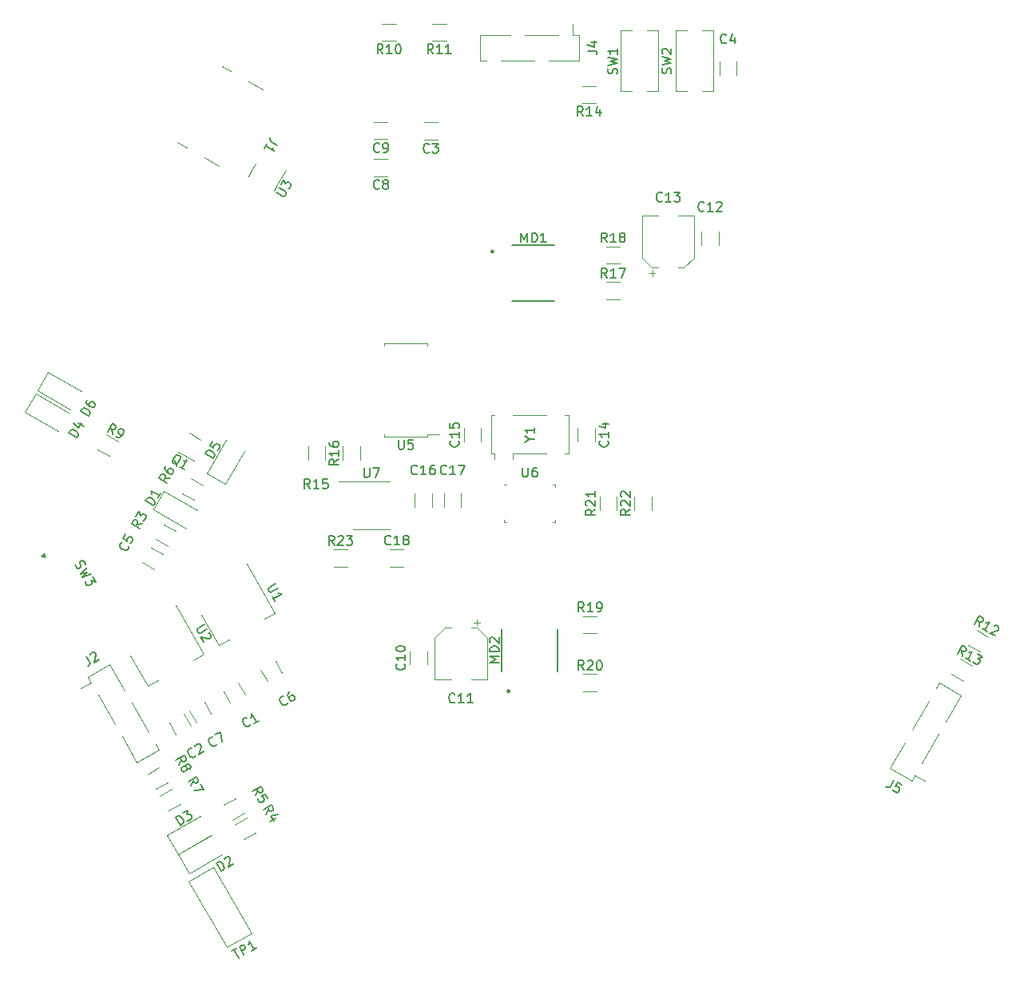
<source format=gbr>
%TF.GenerationSoftware,KiCad,Pcbnew,7.0.6*%
%TF.CreationDate,2024-05-15T12:06:43-04:00*%
%TF.ProjectId,remote_omnidirection_droid_v0.1,72656d6f-7465-45f6-9f6d-6e6964697265,rev?*%
%TF.SameCoordinates,Original*%
%TF.FileFunction,Legend,Top*%
%TF.FilePolarity,Positive*%
%FSLAX46Y46*%
G04 Gerber Fmt 4.6, Leading zero omitted, Abs format (unit mm)*
G04 Created by KiCad (PCBNEW 7.0.6) date 2024-05-15 12:06:43*
%MOMM*%
%LPD*%
G01*
G04 APERTURE LIST*
%ADD10C,0.150000*%
%ADD11C,0.120000*%
%ADD12C,0.250000*%
G04 APERTURE END LIST*
D10*
X87382002Y-102707496D02*
X87382002Y-103517019D01*
X87382002Y-103517019D02*
X87429621Y-103612257D01*
X87429621Y-103612257D02*
X87477240Y-103659877D01*
X87477240Y-103659877D02*
X87572478Y-103707496D01*
X87572478Y-103707496D02*
X87762954Y-103707496D01*
X87762954Y-103707496D02*
X87858192Y-103659877D01*
X87858192Y-103659877D02*
X87905811Y-103612257D01*
X87905811Y-103612257D02*
X87953430Y-103517019D01*
X87953430Y-103517019D02*
X87953430Y-102707496D01*
X88905811Y-102707496D02*
X88429621Y-102707496D01*
X88429621Y-102707496D02*
X88382002Y-103183686D01*
X88382002Y-103183686D02*
X88429621Y-103136067D01*
X88429621Y-103136067D02*
X88524859Y-103088448D01*
X88524859Y-103088448D02*
X88762954Y-103088448D01*
X88762954Y-103088448D02*
X88858192Y-103136067D01*
X88858192Y-103136067D02*
X88905811Y-103183686D01*
X88905811Y-103183686D02*
X88953430Y-103278924D01*
X88953430Y-103278924D02*
X88953430Y-103517019D01*
X88953430Y-103517019D02*
X88905811Y-103612257D01*
X88905811Y-103612257D02*
X88858192Y-103659877D01*
X88858192Y-103659877D02*
X88762954Y-103707496D01*
X88762954Y-103707496D02*
X88524859Y-103707496D01*
X88524859Y-103707496D02*
X88429621Y-103659877D01*
X88429621Y-103659877D02*
X88382002Y-103612257D01*
X108233208Y-110083426D02*
X107757017Y-110416759D01*
X108233208Y-110654854D02*
X107233208Y-110654854D01*
X107233208Y-110654854D02*
X107233208Y-110273902D01*
X107233208Y-110273902D02*
X107280827Y-110178664D01*
X107280827Y-110178664D02*
X107328446Y-110131045D01*
X107328446Y-110131045D02*
X107423684Y-110083426D01*
X107423684Y-110083426D02*
X107566541Y-110083426D01*
X107566541Y-110083426D02*
X107661779Y-110131045D01*
X107661779Y-110131045D02*
X107709398Y-110178664D01*
X107709398Y-110178664D02*
X107757017Y-110273902D01*
X107757017Y-110273902D02*
X107757017Y-110654854D01*
X107328446Y-109702473D02*
X107280827Y-109654854D01*
X107280827Y-109654854D02*
X107233208Y-109559616D01*
X107233208Y-109559616D02*
X107233208Y-109321521D01*
X107233208Y-109321521D02*
X107280827Y-109226283D01*
X107280827Y-109226283D02*
X107328446Y-109178664D01*
X107328446Y-109178664D02*
X107423684Y-109131045D01*
X107423684Y-109131045D02*
X107518922Y-109131045D01*
X107518922Y-109131045D02*
X107661779Y-109178664D01*
X107661779Y-109178664D02*
X108233208Y-109750092D01*
X108233208Y-109750092D02*
X108233208Y-109131045D01*
X108233208Y-108178664D02*
X108233208Y-108750092D01*
X108233208Y-108464378D02*
X107233208Y-108464378D01*
X107233208Y-108464378D02*
X107376065Y-108559616D01*
X107376065Y-108559616D02*
X107471303Y-108654854D01*
X107471303Y-108654854D02*
X107518922Y-108750092D01*
X101277015Y-102616759D02*
X101753206Y-102616759D01*
X100753206Y-102950092D02*
X101277015Y-102616759D01*
X101277015Y-102616759D02*
X100753206Y-102283426D01*
X101753206Y-101426283D02*
X101753206Y-101997711D01*
X101753206Y-101711997D02*
X100753206Y-101711997D01*
X100753206Y-101711997D02*
X100896063Y-101807235D01*
X100896063Y-101807235D02*
X100991301Y-101902473D01*
X100991301Y-101902473D02*
X101038920Y-101997711D01*
X93355532Y-130500152D02*
X93307913Y-130547772D01*
X93307913Y-130547772D02*
X93165056Y-130595391D01*
X93165056Y-130595391D02*
X93069818Y-130595391D01*
X93069818Y-130595391D02*
X92926961Y-130547772D01*
X92926961Y-130547772D02*
X92831723Y-130452533D01*
X92831723Y-130452533D02*
X92784104Y-130357295D01*
X92784104Y-130357295D02*
X92736485Y-130166819D01*
X92736485Y-130166819D02*
X92736485Y-130023962D01*
X92736485Y-130023962D02*
X92784104Y-129833486D01*
X92784104Y-129833486D02*
X92831723Y-129738248D01*
X92831723Y-129738248D02*
X92926961Y-129643010D01*
X92926961Y-129643010D02*
X93069818Y-129595391D01*
X93069818Y-129595391D02*
X93165056Y-129595391D01*
X93165056Y-129595391D02*
X93307913Y-129643010D01*
X93307913Y-129643010D02*
X93355532Y-129690629D01*
X94307913Y-130595391D02*
X93736485Y-130595391D01*
X94022199Y-130595391D02*
X94022199Y-129595391D01*
X94022199Y-129595391D02*
X93926961Y-129738248D01*
X93926961Y-129738248D02*
X93831723Y-129833486D01*
X93831723Y-129833486D02*
X93736485Y-129881105D01*
X95260294Y-130595391D02*
X94688866Y-130595391D01*
X94974580Y-130595391D02*
X94974580Y-129595391D01*
X94974580Y-129595391D02*
X94879342Y-129738248D01*
X94879342Y-129738248D02*
X94784104Y-129833486D01*
X94784104Y-129833486D02*
X94688866Y-129881105D01*
X109557969Y-102820929D02*
X109605589Y-102868548D01*
X109605589Y-102868548D02*
X109653208Y-103011405D01*
X109653208Y-103011405D02*
X109653208Y-103106643D01*
X109653208Y-103106643D02*
X109605589Y-103249500D01*
X109605589Y-103249500D02*
X109510350Y-103344738D01*
X109510350Y-103344738D02*
X109415112Y-103392357D01*
X109415112Y-103392357D02*
X109224636Y-103439976D01*
X109224636Y-103439976D02*
X109081779Y-103439976D01*
X109081779Y-103439976D02*
X108891303Y-103392357D01*
X108891303Y-103392357D02*
X108796065Y-103344738D01*
X108796065Y-103344738D02*
X108700827Y-103249500D01*
X108700827Y-103249500D02*
X108653208Y-103106643D01*
X108653208Y-103106643D02*
X108653208Y-103011405D01*
X108653208Y-103011405D02*
X108700827Y-102868548D01*
X108700827Y-102868548D02*
X108748446Y-102820929D01*
X109653208Y-101868548D02*
X109653208Y-102439976D01*
X109653208Y-102154262D02*
X108653208Y-102154262D01*
X108653208Y-102154262D02*
X108796065Y-102249500D01*
X108796065Y-102249500D02*
X108891303Y-102344738D01*
X108891303Y-102344738D02*
X108938922Y-102439976D01*
X108986541Y-101011405D02*
X109653208Y-101011405D01*
X108605589Y-101249500D02*
X109319874Y-101487595D01*
X109319874Y-101487595D02*
X109319874Y-100868548D01*
X60244526Y-111607365D02*
X59665467Y-111657945D01*
X59958812Y-112102237D02*
X59092787Y-111602237D01*
X59092787Y-111602237D02*
X59283263Y-111272322D01*
X59283263Y-111272322D02*
X59372121Y-111213653D01*
X59372121Y-111213653D02*
X59437170Y-111196224D01*
X59437170Y-111196224D02*
X59543458Y-111202603D01*
X59543458Y-111202603D02*
X59667176Y-111274032D01*
X59667176Y-111274032D02*
X59725845Y-111362890D01*
X59725845Y-111362890D02*
X59743275Y-111427939D01*
X59743275Y-111427939D02*
X59736895Y-111534227D01*
X59736895Y-111534227D02*
X59546419Y-111864142D01*
X59545168Y-110818690D02*
X59854691Y-110282579D01*
X59854691Y-110282579D02*
X60017939Y-110761730D01*
X60017939Y-110761730D02*
X60089368Y-110638012D01*
X60089368Y-110638012D02*
X60178226Y-110579343D01*
X60178226Y-110579343D02*
X60243275Y-110561914D01*
X60243275Y-110561914D02*
X60349563Y-110568293D01*
X60349563Y-110568293D02*
X60555760Y-110687341D01*
X60555760Y-110687341D02*
X60614429Y-110776199D01*
X60614429Y-110776199D02*
X60631858Y-110841248D01*
X60631858Y-110841248D02*
X60625479Y-110947536D01*
X60625479Y-110947536D02*
X60482621Y-111194972D01*
X60482621Y-111194972D02*
X60393763Y-111253641D01*
X60393763Y-111253641D02*
X60328714Y-111271071D01*
X107423207Y-61464009D02*
X108137492Y-61464009D01*
X108137492Y-61464009D02*
X108280349Y-61511628D01*
X108280349Y-61511628D02*
X108375588Y-61606866D01*
X108375588Y-61606866D02*
X108423207Y-61749723D01*
X108423207Y-61749723D02*
X108423207Y-61844961D01*
X107756540Y-60559247D02*
X108423207Y-60559247D01*
X107375588Y-60797342D02*
X108089873Y-61035437D01*
X108089873Y-61035437D02*
X108089873Y-60416390D01*
X73356595Y-142425184D02*
X73602321Y-141898413D01*
X73070880Y-141930312D02*
X73936906Y-141430312D01*
X73936906Y-141430312D02*
X74127382Y-141760227D01*
X74127382Y-141760227D02*
X74133762Y-141866515D01*
X74133762Y-141866515D02*
X74116332Y-141931564D01*
X74116332Y-141931564D02*
X74057663Y-142020422D01*
X74057663Y-142020422D02*
X73933945Y-142091851D01*
X73933945Y-142091851D02*
X73827657Y-142098230D01*
X73827657Y-142098230D02*
X73762608Y-142080800D01*
X73762608Y-142080800D02*
X73673750Y-142022131D01*
X73673750Y-142022131D02*
X73483273Y-141692217D01*
X74362516Y-142834158D02*
X73785166Y-143167491D01*
X74573383Y-142437485D02*
X73835746Y-142588432D01*
X73835746Y-142588432D02*
X74145270Y-143124543D01*
X54533975Y-100198335D02*
X53667950Y-99698335D01*
X53667950Y-99698335D02*
X53786997Y-99492138D01*
X53786997Y-99492138D02*
X53899665Y-99392230D01*
X53899665Y-99392230D02*
X54029763Y-99357370D01*
X54029763Y-99357370D02*
X54136051Y-99363750D01*
X54136051Y-99363750D02*
X54324818Y-99417749D01*
X54324818Y-99417749D02*
X54448536Y-99489177D01*
X54448536Y-99489177D02*
X54589683Y-99625655D01*
X54589683Y-99625655D02*
X54648352Y-99714513D01*
X54648352Y-99714513D02*
X54683212Y-99844611D01*
X54683212Y-99844611D02*
X54653023Y-99992138D01*
X54653023Y-99992138D02*
X54533975Y-100198335D01*
X54382235Y-98461156D02*
X54286997Y-98626113D01*
X54286997Y-98626113D02*
X54280617Y-98732401D01*
X54280617Y-98732401D02*
X54298047Y-98797450D01*
X54298047Y-98797450D02*
X54374146Y-98951357D01*
X54374146Y-98951357D02*
X54515294Y-99087834D01*
X54515294Y-99087834D02*
X54845208Y-99278311D01*
X54845208Y-99278311D02*
X54951496Y-99284690D01*
X54951496Y-99284690D02*
X55016545Y-99267261D01*
X55016545Y-99267261D02*
X55105404Y-99208592D01*
X55105404Y-99208592D02*
X55200642Y-99043634D01*
X55200642Y-99043634D02*
X55207021Y-98937346D01*
X55207021Y-98937346D02*
X55189592Y-98872297D01*
X55189592Y-98872297D02*
X55130923Y-98783439D01*
X55130923Y-98783439D02*
X54924726Y-98664391D01*
X54924726Y-98664391D02*
X54818438Y-98658012D01*
X54818438Y-98658012D02*
X54753389Y-98675441D01*
X54753389Y-98675441D02*
X54664531Y-98734110D01*
X54664531Y-98734110D02*
X54569293Y-98899068D01*
X54569293Y-98899068D02*
X54562913Y-99005356D01*
X54562913Y-99005356D02*
X54580343Y-99070405D01*
X54580343Y-99070405D02*
X54639012Y-99159263D01*
X148951975Y-122532159D02*
X148901395Y-121953099D01*
X148457104Y-122246444D02*
X148957104Y-121380419D01*
X148957104Y-121380419D02*
X149287018Y-121570895D01*
X149287018Y-121570895D02*
X149345687Y-121659754D01*
X149345687Y-121659754D02*
X149363117Y-121724802D01*
X149363117Y-121724802D02*
X149356737Y-121831091D01*
X149356737Y-121831091D02*
X149285309Y-121954808D01*
X149285309Y-121954808D02*
X149196450Y-122013478D01*
X149196450Y-122013478D02*
X149131401Y-122030907D01*
X149131401Y-122030907D02*
X149025113Y-122024528D01*
X149025113Y-122024528D02*
X148695199Y-121834051D01*
X149776761Y-123008349D02*
X149281890Y-122722635D01*
X149529326Y-122865492D02*
X150029326Y-121999467D01*
X150029326Y-121999467D02*
X149875418Y-122075566D01*
X149875418Y-122075566D02*
X149745321Y-122110425D01*
X149745321Y-122110425D02*
X149639033Y-122104045D01*
X150559057Y-122415279D02*
X150624106Y-122397849D01*
X150624106Y-122397849D02*
X150730394Y-122404229D01*
X150730394Y-122404229D02*
X150936590Y-122523276D01*
X150936590Y-122523276D02*
X150995259Y-122612135D01*
X150995259Y-122612135D02*
X151012689Y-122677183D01*
X151012689Y-122677183D02*
X151006309Y-122783472D01*
X151006309Y-122783472D02*
X150958690Y-122865950D01*
X150958690Y-122865950D02*
X150846023Y-122965859D01*
X150846023Y-122965859D02*
X150065437Y-123175016D01*
X150065437Y-123175016D02*
X150601548Y-123484540D01*
X63887723Y-105497066D02*
X63829054Y-105408208D01*
X63829054Y-105408208D02*
X63794195Y-105278110D01*
X63794195Y-105278110D02*
X63741905Y-105082963D01*
X63741905Y-105082963D02*
X63683236Y-104994105D01*
X63683236Y-104994105D02*
X63600758Y-104946486D01*
X63522949Y-105176492D02*
X63464280Y-105087634D01*
X63464280Y-105087634D02*
X63429421Y-104957536D01*
X63429421Y-104957536D02*
X63483419Y-104768769D01*
X63483419Y-104768769D02*
X63650086Y-104480094D01*
X63650086Y-104480094D02*
X63786564Y-104338946D01*
X63786564Y-104338946D02*
X63916661Y-104304087D01*
X63916661Y-104304087D02*
X64022949Y-104310467D01*
X64022949Y-104310467D02*
X64187907Y-104405705D01*
X64187907Y-104405705D02*
X64246576Y-104494563D01*
X64246576Y-104494563D02*
X64281435Y-104624661D01*
X64281435Y-104624661D02*
X64227436Y-104813428D01*
X64227436Y-104813428D02*
X64060770Y-105102103D01*
X64060770Y-105102103D02*
X63924292Y-105243250D01*
X63924292Y-105243250D02*
X63794195Y-105278110D01*
X63794195Y-105278110D02*
X63687907Y-105271730D01*
X63687907Y-105271730D02*
X63522949Y-105176492D01*
X64718889Y-105866968D02*
X64224017Y-105581254D01*
X64471453Y-105724111D02*
X64971453Y-104858086D01*
X64971453Y-104858086D02*
X64817546Y-104934185D01*
X64817546Y-104934185D02*
X64687448Y-104969044D01*
X64687448Y-104969044D02*
X64581160Y-104962664D01*
X65894623Y-136129665D02*
X65877193Y-136194714D01*
X65877193Y-136194714D02*
X65777285Y-136307382D01*
X65777285Y-136307382D02*
X65694806Y-136355001D01*
X65694806Y-136355001D02*
X65547279Y-136385190D01*
X65547279Y-136385190D02*
X65417181Y-136350330D01*
X65417181Y-136350330D02*
X65328323Y-136291661D01*
X65328323Y-136291661D02*
X65191845Y-136150514D01*
X65191845Y-136150514D02*
X65120417Y-136026796D01*
X65120417Y-136026796D02*
X65066418Y-135838029D01*
X65066418Y-135838029D02*
X65060038Y-135731741D01*
X65060038Y-135731741D02*
X65094898Y-135601643D01*
X65094898Y-135601643D02*
X65194806Y-135488975D01*
X65194806Y-135488975D02*
X65277285Y-135441356D01*
X65277285Y-135441356D02*
X65424812Y-135411167D01*
X65424812Y-135411167D02*
X65489861Y-135428597D01*
X65819775Y-135238120D02*
X65837205Y-135173072D01*
X65837205Y-135173072D02*
X65895874Y-135084213D01*
X65895874Y-135084213D02*
X66102071Y-134965166D01*
X66102071Y-134965166D02*
X66208359Y-134958786D01*
X66208359Y-134958786D02*
X66273408Y-134976216D01*
X66273408Y-134976216D02*
X66362266Y-135034885D01*
X66362266Y-135034885D02*
X66409885Y-135117363D01*
X66409885Y-135117363D02*
X66440074Y-135264891D01*
X66440074Y-135264891D02*
X66230917Y-136045477D01*
X66230917Y-136045477D02*
X66767028Y-135735953D01*
X72206592Y-140433319D02*
X72452318Y-139906548D01*
X71920877Y-139938447D02*
X72786903Y-139438447D01*
X72786903Y-139438447D02*
X72977379Y-139768362D01*
X72977379Y-139768362D02*
X72983759Y-139874650D01*
X72983759Y-139874650D02*
X72966329Y-139939699D01*
X72966329Y-139939699D02*
X72907660Y-140028557D01*
X72907660Y-140028557D02*
X72783942Y-140099986D01*
X72783942Y-140099986D02*
X72677654Y-140106365D01*
X72677654Y-140106365D02*
X72612605Y-140088935D01*
X72612605Y-140088935D02*
X72523747Y-140030266D01*
X72523747Y-140030266D02*
X72333270Y-139700352D01*
X73524998Y-140716866D02*
X73286903Y-140304473D01*
X73286903Y-140304473D02*
X72850700Y-140501329D01*
X72850700Y-140501329D02*
X72915749Y-140518758D01*
X72915749Y-140518758D02*
X73004607Y-140577427D01*
X73004607Y-140577427D02*
X73123655Y-140783624D01*
X73123655Y-140783624D02*
X73130035Y-140889912D01*
X73130035Y-140889912D02*
X73112605Y-140954961D01*
X73112605Y-140954961D02*
X73053936Y-141043819D01*
X73053936Y-141043819D02*
X72847739Y-141162867D01*
X72847739Y-141162867D02*
X72741451Y-141169247D01*
X72741451Y-141169247D02*
X72676402Y-141151817D01*
X72676402Y-141151817D02*
X72587544Y-141093148D01*
X72587544Y-141093148D02*
X72468496Y-140886951D01*
X72468496Y-140886951D02*
X72462117Y-140780663D01*
X72462117Y-140780663D02*
X72479546Y-140715614D01*
X88007968Y-126483428D02*
X88055588Y-126531047D01*
X88055588Y-126531047D02*
X88103207Y-126673904D01*
X88103207Y-126673904D02*
X88103207Y-126769142D01*
X88103207Y-126769142D02*
X88055588Y-126911999D01*
X88055588Y-126911999D02*
X87960349Y-127007237D01*
X87960349Y-127007237D02*
X87865111Y-127054856D01*
X87865111Y-127054856D02*
X87674635Y-127102475D01*
X87674635Y-127102475D02*
X87531778Y-127102475D01*
X87531778Y-127102475D02*
X87341302Y-127054856D01*
X87341302Y-127054856D02*
X87246064Y-127007237D01*
X87246064Y-127007237D02*
X87150826Y-126911999D01*
X87150826Y-126911999D02*
X87103207Y-126769142D01*
X87103207Y-126769142D02*
X87103207Y-126673904D01*
X87103207Y-126673904D02*
X87150826Y-126531047D01*
X87150826Y-126531047D02*
X87198445Y-126483428D01*
X88103207Y-125531047D02*
X88103207Y-126102475D01*
X88103207Y-125816761D02*
X87103207Y-125816761D01*
X87103207Y-125816761D02*
X87246064Y-125911999D01*
X87246064Y-125911999D02*
X87341302Y-126007237D01*
X87341302Y-126007237D02*
X87388921Y-126102475D01*
X87103207Y-124911999D02*
X87103207Y-124816761D01*
X87103207Y-124816761D02*
X87150826Y-124721523D01*
X87150826Y-124721523D02*
X87198445Y-124673904D01*
X87198445Y-124673904D02*
X87293683Y-124626285D01*
X87293683Y-124626285D02*
X87484159Y-124578666D01*
X87484159Y-124578666D02*
X87722254Y-124578666D01*
X87722254Y-124578666D02*
X87912730Y-124626285D01*
X87912730Y-124626285D02*
X88007968Y-124673904D01*
X88007968Y-124673904D02*
X88055588Y-124721523D01*
X88055588Y-124721523D02*
X88103207Y-124816761D01*
X88103207Y-124816761D02*
X88103207Y-124911999D01*
X88103207Y-124911999D02*
X88055588Y-125007237D01*
X88055588Y-125007237D02*
X88007968Y-125054856D01*
X88007968Y-125054856D02*
X87912730Y-125102475D01*
X87912730Y-125102475D02*
X87722254Y-125150094D01*
X87722254Y-125150094D02*
X87484159Y-125150094D01*
X87484159Y-125150094D02*
X87293683Y-125102475D01*
X87293683Y-125102475D02*
X87198445Y-125054856D01*
X87198445Y-125054856D02*
X87150826Y-125007237D01*
X87150826Y-125007237D02*
X87103207Y-124911999D01*
X147141975Y-125667170D02*
X147091395Y-125088110D01*
X146647104Y-125381455D02*
X147147104Y-124515430D01*
X147147104Y-124515430D02*
X147477018Y-124705906D01*
X147477018Y-124705906D02*
X147535687Y-124794765D01*
X147535687Y-124794765D02*
X147553117Y-124859813D01*
X147553117Y-124859813D02*
X147546737Y-124966102D01*
X147546737Y-124966102D02*
X147475309Y-125089819D01*
X147475309Y-125089819D02*
X147386450Y-125148489D01*
X147386450Y-125148489D02*
X147321401Y-125165918D01*
X147321401Y-125165918D02*
X147215113Y-125159539D01*
X147215113Y-125159539D02*
X146885199Y-124969062D01*
X147966761Y-126143360D02*
X147471890Y-125857646D01*
X147719326Y-126000503D02*
X148219326Y-125134478D01*
X148219326Y-125134478D02*
X148065418Y-125210577D01*
X148065418Y-125210577D02*
X147935321Y-125245436D01*
X147935321Y-125245436D02*
X147829033Y-125239056D01*
X148755437Y-125444002D02*
X149291548Y-125753525D01*
X149291548Y-125753525D02*
X148812396Y-125916773D01*
X148812396Y-125916773D02*
X148936114Y-125988202D01*
X148936114Y-125988202D02*
X148994783Y-126077060D01*
X148994783Y-126077060D02*
X149012213Y-126142109D01*
X149012213Y-126142109D02*
X149005833Y-126248397D01*
X149005833Y-126248397D02*
X148886786Y-126454594D01*
X148886786Y-126454594D02*
X148797927Y-126513263D01*
X148797927Y-126513263D02*
X148732878Y-126530692D01*
X148732878Y-126530692D02*
X148626590Y-126524313D01*
X148626590Y-126524313D02*
X148379155Y-126381455D01*
X148379155Y-126381455D02*
X148320485Y-126292597D01*
X148320485Y-126292597D02*
X148303056Y-126227548D01*
X89355532Y-106300150D02*
X89307913Y-106347770D01*
X89307913Y-106347770D02*
X89165056Y-106395389D01*
X89165056Y-106395389D02*
X89069818Y-106395389D01*
X89069818Y-106395389D02*
X88926961Y-106347770D01*
X88926961Y-106347770D02*
X88831723Y-106252531D01*
X88831723Y-106252531D02*
X88784104Y-106157293D01*
X88784104Y-106157293D02*
X88736485Y-105966817D01*
X88736485Y-105966817D02*
X88736485Y-105823960D01*
X88736485Y-105823960D02*
X88784104Y-105633484D01*
X88784104Y-105633484D02*
X88831723Y-105538246D01*
X88831723Y-105538246D02*
X88926961Y-105443008D01*
X88926961Y-105443008D02*
X89069818Y-105395389D01*
X89069818Y-105395389D02*
X89165056Y-105395389D01*
X89165056Y-105395389D02*
X89307913Y-105443008D01*
X89307913Y-105443008D02*
X89355532Y-105490627D01*
X90307913Y-106395389D02*
X89736485Y-106395389D01*
X90022199Y-106395389D02*
X90022199Y-105395389D01*
X90022199Y-105395389D02*
X89926961Y-105538246D01*
X89926961Y-105538246D02*
X89831723Y-105633484D01*
X89831723Y-105633484D02*
X89736485Y-105681103D01*
X91165056Y-105395389D02*
X90974580Y-105395389D01*
X90974580Y-105395389D02*
X90879342Y-105443008D01*
X90879342Y-105443008D02*
X90831723Y-105490627D01*
X90831723Y-105490627D02*
X90736485Y-105633484D01*
X90736485Y-105633484D02*
X90688866Y-105823960D01*
X90688866Y-105823960D02*
X90688866Y-106204912D01*
X90688866Y-106204912D02*
X90736485Y-106300150D01*
X90736485Y-106300150D02*
X90784104Y-106347770D01*
X90784104Y-106347770D02*
X90879342Y-106395389D01*
X90879342Y-106395389D02*
X91069818Y-106395389D01*
X91069818Y-106395389D02*
X91165056Y-106347770D01*
X91165056Y-106347770D02*
X91212675Y-106300150D01*
X91212675Y-106300150D02*
X91260294Y-106204912D01*
X91260294Y-106204912D02*
X91260294Y-105966817D01*
X91260294Y-105966817D02*
X91212675Y-105871579D01*
X91212675Y-105871579D02*
X91165056Y-105823960D01*
X91165056Y-105823960D02*
X91069818Y-105776341D01*
X91069818Y-105776341D02*
X90879342Y-105776341D01*
X90879342Y-105776341D02*
X90784104Y-105823960D01*
X90784104Y-105823960D02*
X90736485Y-105871579D01*
X90736485Y-105871579D02*
X90688866Y-105966817D01*
X81033207Y-104783428D02*
X80557016Y-105116761D01*
X81033207Y-105354856D02*
X80033207Y-105354856D01*
X80033207Y-105354856D02*
X80033207Y-104973904D01*
X80033207Y-104973904D02*
X80080826Y-104878666D01*
X80080826Y-104878666D02*
X80128445Y-104831047D01*
X80128445Y-104831047D02*
X80223683Y-104783428D01*
X80223683Y-104783428D02*
X80366540Y-104783428D01*
X80366540Y-104783428D02*
X80461778Y-104831047D01*
X80461778Y-104831047D02*
X80509397Y-104878666D01*
X80509397Y-104878666D02*
X80557016Y-104973904D01*
X80557016Y-104973904D02*
X80557016Y-105354856D01*
X81033207Y-103831047D02*
X81033207Y-104402475D01*
X81033207Y-104116761D02*
X80033207Y-104116761D01*
X80033207Y-104116761D02*
X80176064Y-104211999D01*
X80176064Y-104211999D02*
X80271302Y-104307237D01*
X80271302Y-104307237D02*
X80318921Y-104402475D01*
X80033207Y-102973904D02*
X80033207Y-103164380D01*
X80033207Y-103164380D02*
X80080826Y-103259618D01*
X80080826Y-103259618D02*
X80128445Y-103307237D01*
X80128445Y-103307237D02*
X80271302Y-103402475D01*
X80271302Y-103402475D02*
X80461778Y-103450094D01*
X80461778Y-103450094D02*
X80842730Y-103450094D01*
X80842730Y-103450094D02*
X80937968Y-103402475D01*
X80937968Y-103402475D02*
X80985588Y-103354856D01*
X80985588Y-103354856D02*
X81033207Y-103259618D01*
X81033207Y-103259618D02*
X81033207Y-103069142D01*
X81033207Y-103069142D02*
X80985588Y-102973904D01*
X80985588Y-102973904D02*
X80937968Y-102926285D01*
X80937968Y-102926285D02*
X80842730Y-102878666D01*
X80842730Y-102878666D02*
X80604635Y-102878666D01*
X80604635Y-102878666D02*
X80509397Y-102926285D01*
X80509397Y-102926285D02*
X80461778Y-102973904D01*
X80461778Y-102973904D02*
X80414159Y-103069142D01*
X80414159Y-103069142D02*
X80414159Y-103259618D01*
X80414159Y-103259618D02*
X80461778Y-103354856D01*
X80461778Y-103354856D02*
X80509397Y-103402475D01*
X80509397Y-103402475D02*
X80604635Y-103450094D01*
X86555534Y-113750153D02*
X86507915Y-113797773D01*
X86507915Y-113797773D02*
X86365058Y-113845392D01*
X86365058Y-113845392D02*
X86269820Y-113845392D01*
X86269820Y-113845392D02*
X86126963Y-113797773D01*
X86126963Y-113797773D02*
X86031725Y-113702534D01*
X86031725Y-113702534D02*
X85984106Y-113607296D01*
X85984106Y-113607296D02*
X85936487Y-113416820D01*
X85936487Y-113416820D02*
X85936487Y-113273963D01*
X85936487Y-113273963D02*
X85984106Y-113083487D01*
X85984106Y-113083487D02*
X86031725Y-112988249D01*
X86031725Y-112988249D02*
X86126963Y-112893011D01*
X86126963Y-112893011D02*
X86269820Y-112845392D01*
X86269820Y-112845392D02*
X86365058Y-112845392D01*
X86365058Y-112845392D02*
X86507915Y-112893011D01*
X86507915Y-112893011D02*
X86555534Y-112940630D01*
X87507915Y-113845392D02*
X86936487Y-113845392D01*
X87222201Y-113845392D02*
X87222201Y-112845392D01*
X87222201Y-112845392D02*
X87126963Y-112988249D01*
X87126963Y-112988249D02*
X87031725Y-113083487D01*
X87031725Y-113083487D02*
X86936487Y-113131106D01*
X88079344Y-113273963D02*
X87984106Y-113226344D01*
X87984106Y-113226344D02*
X87936487Y-113178725D01*
X87936487Y-113178725D02*
X87888868Y-113083487D01*
X87888868Y-113083487D02*
X87888868Y-113035868D01*
X87888868Y-113035868D02*
X87936487Y-112940630D01*
X87936487Y-112940630D02*
X87984106Y-112893011D01*
X87984106Y-112893011D02*
X88079344Y-112845392D01*
X88079344Y-112845392D02*
X88269820Y-112845392D01*
X88269820Y-112845392D02*
X88365058Y-112893011D01*
X88365058Y-112893011D02*
X88412677Y-112940630D01*
X88412677Y-112940630D02*
X88460296Y-113035868D01*
X88460296Y-113035868D02*
X88460296Y-113083487D01*
X88460296Y-113083487D02*
X88412677Y-113178725D01*
X88412677Y-113178725D02*
X88365058Y-113226344D01*
X88365058Y-113226344D02*
X88269820Y-113273963D01*
X88269820Y-113273963D02*
X88079344Y-113273963D01*
X88079344Y-113273963D02*
X87984106Y-113321582D01*
X87984106Y-113321582D02*
X87936487Y-113369201D01*
X87936487Y-113369201D02*
X87888868Y-113464439D01*
X87888868Y-113464439D02*
X87888868Y-113654915D01*
X87888868Y-113654915D02*
X87936487Y-113750153D01*
X87936487Y-113750153D02*
X87984106Y-113797773D01*
X87984106Y-113797773D02*
X88079344Y-113845392D01*
X88079344Y-113845392D02*
X88269820Y-113845392D01*
X88269820Y-113845392D02*
X88365058Y-113797773D01*
X88365058Y-113797773D02*
X88412677Y-113750153D01*
X88412677Y-113750153D02*
X88460296Y-113654915D01*
X88460296Y-113654915D02*
X88460296Y-113464439D01*
X88460296Y-113464439D02*
X88412677Y-113369201D01*
X88412677Y-113369201D02*
X88365058Y-113321582D01*
X88365058Y-113321582D02*
X88269820Y-113273963D01*
X54287368Y-125632125D02*
X54644511Y-126250714D01*
X54644511Y-126250714D02*
X54674700Y-126398242D01*
X54674700Y-126398242D02*
X54639840Y-126528339D01*
X54639840Y-126528339D02*
X54539932Y-126641007D01*
X54539932Y-126641007D02*
X54457453Y-126688626D01*
X54706141Y-125500317D02*
X54723571Y-125435269D01*
X54723571Y-125435269D02*
X54782240Y-125346410D01*
X54782240Y-125346410D02*
X54988436Y-125227363D01*
X54988436Y-125227363D02*
X55094724Y-125220983D01*
X55094724Y-125220983D02*
X55159773Y-125238413D01*
X55159773Y-125238413D02*
X55248631Y-125297082D01*
X55248631Y-125297082D02*
X55296251Y-125379560D01*
X55296251Y-125379560D02*
X55326440Y-125527088D01*
X55326440Y-125527088D02*
X55117282Y-126307674D01*
X55117282Y-126307674D02*
X55653393Y-125998150D01*
X58760383Y-113987513D02*
X58777812Y-114052562D01*
X58777812Y-114052562D02*
X58747623Y-114200089D01*
X58747623Y-114200089D02*
X58700004Y-114282568D01*
X58700004Y-114282568D02*
X58587336Y-114382476D01*
X58587336Y-114382476D02*
X58457239Y-114417336D01*
X58457239Y-114417336D02*
X58350950Y-114410956D01*
X58350950Y-114410956D02*
X58162184Y-114356957D01*
X58162184Y-114356957D02*
X58038466Y-114285529D01*
X58038466Y-114285529D02*
X57897318Y-114149051D01*
X57897318Y-114149051D02*
X57838649Y-114060193D01*
X57838649Y-114060193D02*
X57803789Y-113930095D01*
X57803789Y-113930095D02*
X57833979Y-113782568D01*
X57833979Y-113782568D02*
X57881598Y-113700089D01*
X57881598Y-113700089D02*
X57994266Y-113600181D01*
X57994266Y-113600181D02*
X58059314Y-113582751D01*
X58429217Y-112751585D02*
X58191122Y-113163978D01*
X58191122Y-113163978D02*
X58579705Y-113443313D01*
X58579705Y-113443313D02*
X58562275Y-113378264D01*
X58562275Y-113378264D02*
X58568655Y-113271976D01*
X58568655Y-113271976D02*
X58687703Y-113065779D01*
X58687703Y-113065779D02*
X58776561Y-113007110D01*
X58776561Y-113007110D02*
X58841610Y-112989681D01*
X58841610Y-112989681D02*
X58947898Y-112996060D01*
X58947898Y-112996060D02*
X59154095Y-113115108D01*
X59154095Y-113115108D02*
X59212764Y-113203966D01*
X59212764Y-113203966D02*
X59230193Y-113269015D01*
X59230193Y-113269015D02*
X59223814Y-113375303D01*
X59223814Y-113375303D02*
X59104766Y-113581500D01*
X59104766Y-113581500D02*
X59015908Y-113640169D01*
X59015908Y-113640169D02*
X58950859Y-113657599D01*
X116238557Y-63861010D02*
X116286176Y-63718153D01*
X116286176Y-63718153D02*
X116286176Y-63480058D01*
X116286176Y-63480058D02*
X116238557Y-63384820D01*
X116238557Y-63384820D02*
X116190937Y-63337201D01*
X116190937Y-63337201D02*
X116095699Y-63289582D01*
X116095699Y-63289582D02*
X116000461Y-63289582D01*
X116000461Y-63289582D02*
X115905223Y-63337201D01*
X115905223Y-63337201D02*
X115857604Y-63384820D01*
X115857604Y-63384820D02*
X115809985Y-63480058D01*
X115809985Y-63480058D02*
X115762366Y-63670534D01*
X115762366Y-63670534D02*
X115714747Y-63765772D01*
X115714747Y-63765772D02*
X115667128Y-63813391D01*
X115667128Y-63813391D02*
X115571890Y-63861010D01*
X115571890Y-63861010D02*
X115476652Y-63861010D01*
X115476652Y-63861010D02*
X115381414Y-63813391D01*
X115381414Y-63813391D02*
X115333795Y-63765772D01*
X115333795Y-63765772D02*
X115286176Y-63670534D01*
X115286176Y-63670534D02*
X115286176Y-63432439D01*
X115286176Y-63432439D02*
X115333795Y-63289582D01*
X115286176Y-62956248D02*
X116286176Y-62718153D01*
X116286176Y-62718153D02*
X115571890Y-62527677D01*
X115571890Y-62527677D02*
X116286176Y-62337201D01*
X116286176Y-62337201D02*
X115286176Y-62099106D01*
X115381414Y-61765772D02*
X115333795Y-61718153D01*
X115333795Y-61718153D02*
X115286176Y-61622915D01*
X115286176Y-61622915D02*
X115286176Y-61384820D01*
X115286176Y-61384820D02*
X115333795Y-61289582D01*
X115333795Y-61289582D02*
X115381414Y-61241963D01*
X115381414Y-61241963D02*
X115476652Y-61194344D01*
X115476652Y-61194344D02*
X115571890Y-61194344D01*
X115571890Y-61194344D02*
X115714747Y-61241963D01*
X115714747Y-61241963D02*
X116286176Y-61813391D01*
X116286176Y-61813391D02*
X116286176Y-61194344D01*
X109472045Y-85521492D02*
X109138712Y-85045301D01*
X108900617Y-85521492D02*
X108900617Y-84521492D01*
X108900617Y-84521492D02*
X109281569Y-84521492D01*
X109281569Y-84521492D02*
X109376807Y-84569111D01*
X109376807Y-84569111D02*
X109424426Y-84616730D01*
X109424426Y-84616730D02*
X109472045Y-84711968D01*
X109472045Y-84711968D02*
X109472045Y-84854825D01*
X109472045Y-84854825D02*
X109424426Y-84950063D01*
X109424426Y-84950063D02*
X109376807Y-84997682D01*
X109376807Y-84997682D02*
X109281569Y-85045301D01*
X109281569Y-85045301D02*
X108900617Y-85045301D01*
X110424426Y-85521492D02*
X109852998Y-85521492D01*
X110138712Y-85521492D02*
X110138712Y-84521492D01*
X110138712Y-84521492D02*
X110043474Y-84664349D01*
X110043474Y-84664349D02*
X109948236Y-84759587D01*
X109948236Y-84759587D02*
X109852998Y-84807206D01*
X110757760Y-84521492D02*
X111424426Y-84521492D01*
X111424426Y-84521492D02*
X110995855Y-85521492D01*
X61402955Y-109675913D02*
X60536930Y-109175913D01*
X60536930Y-109175913D02*
X60655977Y-108969716D01*
X60655977Y-108969716D02*
X60768645Y-108869808D01*
X60768645Y-108869808D02*
X60898743Y-108834948D01*
X60898743Y-108834948D02*
X61005031Y-108841328D01*
X61005031Y-108841328D02*
X61193798Y-108895327D01*
X61193798Y-108895327D02*
X61317516Y-108966755D01*
X61317516Y-108966755D02*
X61458663Y-109103233D01*
X61458663Y-109103233D02*
X61517332Y-109192091D01*
X61517332Y-109192091D02*
X61552192Y-109322189D01*
X61552192Y-109322189D02*
X61522003Y-109469716D01*
X61522003Y-109469716D02*
X61402955Y-109675913D01*
X62164860Y-108356255D02*
X61879145Y-108851127D01*
X62022003Y-108603691D02*
X61155977Y-108103691D01*
X61155977Y-108103691D02*
X61232076Y-108257598D01*
X61232076Y-108257598D02*
X61266936Y-108387696D01*
X61266936Y-108387696D02*
X61260556Y-108493984D01*
X75622279Y-130608464D02*
X75604849Y-130673513D01*
X75604849Y-130673513D02*
X75504941Y-130786181D01*
X75504941Y-130786181D02*
X75422462Y-130833800D01*
X75422462Y-130833800D02*
X75274935Y-130863989D01*
X75274935Y-130863989D02*
X75144837Y-130829129D01*
X75144837Y-130829129D02*
X75055979Y-130770460D01*
X75055979Y-130770460D02*
X74919501Y-130629313D01*
X74919501Y-130629313D02*
X74848073Y-130505595D01*
X74848073Y-130505595D02*
X74794074Y-130316828D01*
X74794074Y-130316828D02*
X74787694Y-130210540D01*
X74787694Y-130210540D02*
X74822554Y-130080442D01*
X74822554Y-130080442D02*
X74922462Y-129967774D01*
X74922462Y-129967774D02*
X75004941Y-129920155D01*
X75004941Y-129920155D02*
X75152468Y-129889966D01*
X75152468Y-129889966D02*
X75217517Y-129907396D01*
X75912205Y-129396346D02*
X75747248Y-129491584D01*
X75747248Y-129491584D02*
X75688579Y-129580442D01*
X75688579Y-129580442D02*
X75671149Y-129645491D01*
X75671149Y-129645491D02*
X75660099Y-129816828D01*
X75660099Y-129816828D02*
X75714098Y-130005595D01*
X75714098Y-130005595D02*
X75904574Y-130335509D01*
X75904574Y-130335509D02*
X75993433Y-130394178D01*
X75993433Y-130394178D02*
X76058481Y-130411608D01*
X76058481Y-130411608D02*
X76164770Y-130405228D01*
X76164770Y-130405228D02*
X76329727Y-130309990D01*
X76329727Y-130309990D02*
X76388396Y-130221132D01*
X76388396Y-130221132D02*
X76405826Y-130156083D01*
X76405826Y-130156083D02*
X76399446Y-130049795D01*
X76399446Y-130049795D02*
X76280398Y-129843598D01*
X76280398Y-129843598D02*
X76191540Y-129784929D01*
X76191540Y-129784929D02*
X76126491Y-129767499D01*
X76126491Y-129767499D02*
X76020203Y-129773879D01*
X76020203Y-129773879D02*
X75855246Y-129869117D01*
X75855246Y-129869117D02*
X75796577Y-129957976D01*
X75796577Y-129957976D02*
X75779147Y-130023024D01*
X75779147Y-130023024D02*
X75785527Y-130129313D01*
X83736486Y-105695388D02*
X83736486Y-106504911D01*
X83736486Y-106504911D02*
X83784105Y-106600149D01*
X83784105Y-106600149D02*
X83831724Y-106647769D01*
X83831724Y-106647769D02*
X83926962Y-106695388D01*
X83926962Y-106695388D02*
X84117438Y-106695388D01*
X84117438Y-106695388D02*
X84212676Y-106647769D01*
X84212676Y-106647769D02*
X84260295Y-106600149D01*
X84260295Y-106600149D02*
X84307914Y-106504911D01*
X84307914Y-106504911D02*
X84307914Y-105695388D01*
X84688867Y-105695388D02*
X85355533Y-105695388D01*
X85355533Y-105695388D02*
X84926962Y-106695388D01*
X98033209Y-126317201D02*
X97033209Y-126317201D01*
X97033209Y-126317201D02*
X97747494Y-125983868D01*
X97747494Y-125983868D02*
X97033209Y-125650535D01*
X97033209Y-125650535D02*
X98033209Y-125650535D01*
X98033209Y-125174344D02*
X97033209Y-125174344D01*
X97033209Y-125174344D02*
X97033209Y-124936249D01*
X97033209Y-124936249D02*
X97080828Y-124793392D01*
X97080828Y-124793392D02*
X97176066Y-124698154D01*
X97176066Y-124698154D02*
X97271304Y-124650535D01*
X97271304Y-124650535D02*
X97461780Y-124602916D01*
X97461780Y-124602916D02*
X97604637Y-124602916D01*
X97604637Y-124602916D02*
X97795113Y-124650535D01*
X97795113Y-124650535D02*
X97890351Y-124698154D01*
X97890351Y-124698154D02*
X97985590Y-124793392D01*
X97985590Y-124793392D02*
X98033209Y-124936249D01*
X98033209Y-124936249D02*
X98033209Y-125174344D01*
X97128447Y-124221963D02*
X97080828Y-124174344D01*
X97080828Y-124174344D02*
X97033209Y-124079106D01*
X97033209Y-124079106D02*
X97033209Y-123841011D01*
X97033209Y-123841011D02*
X97080828Y-123745773D01*
X97080828Y-123745773D02*
X97128447Y-123698154D01*
X97128447Y-123698154D02*
X97223685Y-123650535D01*
X97223685Y-123650535D02*
X97318923Y-123650535D01*
X97318923Y-123650535D02*
X97461780Y-123698154D01*
X97461780Y-123698154D02*
X98033209Y-124269582D01*
X98033209Y-124269582D02*
X98033209Y-123650535D01*
X139901216Y-138827573D02*
X139544073Y-139446163D01*
X139544073Y-139446163D02*
X139431405Y-139546071D01*
X139431405Y-139546071D02*
X139301307Y-139580931D01*
X139301307Y-139580931D02*
X139153780Y-139550741D01*
X139153780Y-139550741D02*
X139071301Y-139503122D01*
X140726002Y-139303764D02*
X140313609Y-139065669D01*
X140313609Y-139065669D02*
X140034274Y-139454252D01*
X140034274Y-139454252D02*
X140099323Y-139436822D01*
X140099323Y-139436822D02*
X140205611Y-139443202D01*
X140205611Y-139443202D02*
X140411808Y-139562250D01*
X140411808Y-139562250D02*
X140470477Y-139651108D01*
X140470477Y-139651108D02*
X140487907Y-139716157D01*
X140487907Y-139716157D02*
X140481527Y-139822445D01*
X140481527Y-139822445D02*
X140362479Y-140028642D01*
X140362479Y-140028642D02*
X140273621Y-140087311D01*
X140273621Y-140087311D02*
X140208572Y-140104740D01*
X140208572Y-140104740D02*
X140102284Y-140098361D01*
X140102284Y-140098361D02*
X139896088Y-139979313D01*
X139896088Y-139979313D02*
X139837418Y-139890455D01*
X139837418Y-139890455D02*
X139819989Y-139825406D01*
X68100849Y-134950966D02*
X68083419Y-135016015D01*
X68083419Y-135016015D02*
X67983511Y-135128683D01*
X67983511Y-135128683D02*
X67901032Y-135176302D01*
X67901032Y-135176302D02*
X67753505Y-135206491D01*
X67753505Y-135206491D02*
X67623407Y-135171631D01*
X67623407Y-135171631D02*
X67534549Y-135112962D01*
X67534549Y-135112962D02*
X67398071Y-134971815D01*
X67398071Y-134971815D02*
X67326643Y-134848097D01*
X67326643Y-134848097D02*
X67272644Y-134659330D01*
X67272644Y-134659330D02*
X67266264Y-134553042D01*
X67266264Y-134553042D02*
X67301124Y-134422944D01*
X67301124Y-134422944D02*
X67401032Y-134310276D01*
X67401032Y-134310276D02*
X67483511Y-134262657D01*
X67483511Y-134262657D02*
X67631038Y-134232468D01*
X67631038Y-134232468D02*
X67696087Y-134249898D01*
X67937143Y-134000752D02*
X68514493Y-133667419D01*
X68514493Y-133667419D02*
X68643340Y-134747730D01*
X53277283Y-102475002D02*
X52411258Y-101975002D01*
X52411258Y-101975002D02*
X52530305Y-101768805D01*
X52530305Y-101768805D02*
X52642973Y-101668897D01*
X52642973Y-101668897D02*
X52773071Y-101634037D01*
X52773071Y-101634037D02*
X52879359Y-101640417D01*
X52879359Y-101640417D02*
X53068126Y-101694416D01*
X53068126Y-101694416D02*
X53191844Y-101765844D01*
X53191844Y-101765844D02*
X53332991Y-101902322D01*
X53332991Y-101902322D02*
X53391660Y-101991180D01*
X53391660Y-101991180D02*
X53426520Y-102121278D01*
X53426520Y-102121278D02*
X53396331Y-102268805D01*
X53396331Y-102268805D02*
X53277283Y-102475002D01*
X53414218Y-100904489D02*
X53991569Y-101237823D01*
X52965256Y-100920210D02*
X53464798Y-101483549D01*
X53464798Y-101483549D02*
X53774322Y-100947438D01*
X63154468Y-106767213D02*
X62575409Y-106817793D01*
X62868754Y-107262085D02*
X62002729Y-106762085D01*
X62002729Y-106762085D02*
X62193205Y-106432170D01*
X62193205Y-106432170D02*
X62282063Y-106373501D01*
X62282063Y-106373501D02*
X62347112Y-106356072D01*
X62347112Y-106356072D02*
X62453400Y-106362451D01*
X62453400Y-106362451D02*
X62577118Y-106433880D01*
X62577118Y-106433880D02*
X62635787Y-106522738D01*
X62635787Y-106522738D02*
X62653217Y-106587787D01*
X62653217Y-106587787D02*
X62646837Y-106694075D01*
X62646837Y-106694075D02*
X62456361Y-107023990D01*
X62717014Y-105524906D02*
X62621776Y-105689863D01*
X62621776Y-105689863D02*
X62615396Y-105796151D01*
X62615396Y-105796151D02*
X62632826Y-105861200D01*
X62632826Y-105861200D02*
X62708925Y-106015107D01*
X62708925Y-106015107D02*
X62850073Y-106151584D01*
X62850073Y-106151584D02*
X63179987Y-106342061D01*
X63179987Y-106342061D02*
X63286275Y-106348440D01*
X63286275Y-106348440D02*
X63351324Y-106331011D01*
X63351324Y-106331011D02*
X63440183Y-106272342D01*
X63440183Y-106272342D02*
X63535421Y-106107384D01*
X63535421Y-106107384D02*
X63541800Y-106001096D01*
X63541800Y-106001096D02*
X63524371Y-105936047D01*
X63524371Y-105936047D02*
X63465702Y-105847189D01*
X63465702Y-105847189D02*
X63259505Y-105728141D01*
X63259505Y-105728141D02*
X63153217Y-105721762D01*
X63153217Y-105721762D02*
X63088168Y-105739191D01*
X63088168Y-105739191D02*
X62999310Y-105797860D01*
X62999310Y-105797860D02*
X62904072Y-105962818D01*
X62904072Y-105962818D02*
X62897692Y-106069106D01*
X62897692Y-106069106D02*
X62915122Y-106134155D01*
X62915122Y-106134155D02*
X62973791Y-106223013D01*
X100363867Y-81751502D02*
X100363867Y-80751502D01*
X100363867Y-80751502D02*
X100697200Y-81465787D01*
X100697200Y-81465787D02*
X101030533Y-80751502D01*
X101030533Y-80751502D02*
X101030533Y-81751502D01*
X101506724Y-81751502D02*
X101506724Y-80751502D01*
X101506724Y-80751502D02*
X101744819Y-80751502D01*
X101744819Y-80751502D02*
X101887676Y-80799121D01*
X101887676Y-80799121D02*
X101982914Y-80894359D01*
X101982914Y-80894359D02*
X102030533Y-80989597D01*
X102030533Y-80989597D02*
X102078152Y-81180073D01*
X102078152Y-81180073D02*
X102078152Y-81322930D01*
X102078152Y-81322930D02*
X102030533Y-81513406D01*
X102030533Y-81513406D02*
X101982914Y-81608644D01*
X101982914Y-81608644D02*
X101887676Y-81703883D01*
X101887676Y-81703883D02*
X101744819Y-81751502D01*
X101744819Y-81751502D02*
X101506724Y-81751502D01*
X103030533Y-81751502D02*
X102459105Y-81751502D01*
X102744819Y-81751502D02*
X102744819Y-80751502D01*
X102744819Y-80751502D02*
X102649581Y-80894359D01*
X102649581Y-80894359D02*
X102554343Y-80989597D01*
X102554343Y-80989597D02*
X102459105Y-81037216D01*
X65386126Y-139419930D02*
X65631852Y-138893159D01*
X65100411Y-138925058D02*
X65966437Y-138425058D01*
X65966437Y-138425058D02*
X66156913Y-138754973D01*
X66156913Y-138754973D02*
X66163293Y-138861261D01*
X66163293Y-138861261D02*
X66145863Y-138926310D01*
X66145863Y-138926310D02*
X66087194Y-139015168D01*
X66087194Y-139015168D02*
X65963476Y-139086597D01*
X65963476Y-139086597D02*
X65857188Y-139092976D01*
X65857188Y-139092976D02*
X65792139Y-139075546D01*
X65792139Y-139075546D02*
X65703281Y-139016877D01*
X65703281Y-139016877D02*
X65512804Y-138686963D01*
X66418818Y-139208605D02*
X66752151Y-139785955D01*
X66752151Y-139785955D02*
X65671840Y-139914802D01*
X67749956Y-104667593D02*
X66883931Y-104167593D01*
X66883931Y-104167593D02*
X67002978Y-103961396D01*
X67002978Y-103961396D02*
X67115646Y-103861488D01*
X67115646Y-103861488D02*
X67245744Y-103826628D01*
X67245744Y-103826628D02*
X67352032Y-103833008D01*
X67352032Y-103833008D02*
X67540799Y-103887007D01*
X67540799Y-103887007D02*
X67664517Y-103958435D01*
X67664517Y-103958435D02*
X67805664Y-104094913D01*
X67805664Y-104094913D02*
X67864333Y-104183771D01*
X67864333Y-104183771D02*
X67899193Y-104313869D01*
X67899193Y-104313869D02*
X67869004Y-104461396D01*
X67869004Y-104461396D02*
X67749956Y-104667593D01*
X67622026Y-102889174D02*
X67383931Y-103301567D01*
X67383931Y-103301567D02*
X67772514Y-103580902D01*
X67772514Y-103580902D02*
X67755084Y-103515853D01*
X67755084Y-103515853D02*
X67761464Y-103409565D01*
X67761464Y-103409565D02*
X67880512Y-103203368D01*
X67880512Y-103203368D02*
X67969370Y-103144699D01*
X67969370Y-103144699D02*
X68034419Y-103127270D01*
X68034419Y-103127270D02*
X68140707Y-103133649D01*
X68140707Y-103133649D02*
X68346904Y-103252697D01*
X68346904Y-103252697D02*
X68405573Y-103341555D01*
X68405573Y-103341555D02*
X68423002Y-103406604D01*
X68423002Y-103406604D02*
X68416623Y-103512892D01*
X68416623Y-103512892D02*
X68297575Y-103719089D01*
X68297575Y-103719089D02*
X68208717Y-103777758D01*
X68208717Y-103777758D02*
X68143668Y-103795188D01*
X85340614Y-72132077D02*
X85292995Y-72179697D01*
X85292995Y-72179697D02*
X85150138Y-72227316D01*
X85150138Y-72227316D02*
X85054900Y-72227316D01*
X85054900Y-72227316D02*
X84912043Y-72179697D01*
X84912043Y-72179697D02*
X84816805Y-72084458D01*
X84816805Y-72084458D02*
X84769186Y-71989220D01*
X84769186Y-71989220D02*
X84721567Y-71798744D01*
X84721567Y-71798744D02*
X84721567Y-71655887D01*
X84721567Y-71655887D02*
X84769186Y-71465411D01*
X84769186Y-71465411D02*
X84816805Y-71370173D01*
X84816805Y-71370173D02*
X84912043Y-71274935D01*
X84912043Y-71274935D02*
X85054900Y-71227316D01*
X85054900Y-71227316D02*
X85150138Y-71227316D01*
X85150138Y-71227316D02*
X85292995Y-71274935D01*
X85292995Y-71274935D02*
X85340614Y-71322554D01*
X85816805Y-72227316D02*
X86007281Y-72227316D01*
X86007281Y-72227316D02*
X86102519Y-72179697D01*
X86102519Y-72179697D02*
X86150138Y-72132077D01*
X86150138Y-72132077D02*
X86245376Y-71989220D01*
X86245376Y-71989220D02*
X86292995Y-71798744D01*
X86292995Y-71798744D02*
X86292995Y-71417792D01*
X86292995Y-71417792D02*
X86245376Y-71322554D01*
X86245376Y-71322554D02*
X86197757Y-71274935D01*
X86197757Y-71274935D02*
X86102519Y-71227316D01*
X86102519Y-71227316D02*
X85912043Y-71227316D01*
X85912043Y-71227316D02*
X85816805Y-71274935D01*
X85816805Y-71274935D02*
X85769186Y-71322554D01*
X85769186Y-71322554D02*
X85721567Y-71417792D01*
X85721567Y-71417792D02*
X85721567Y-71655887D01*
X85721567Y-71655887D02*
X85769186Y-71751125D01*
X85769186Y-71751125D02*
X85816805Y-71798744D01*
X85816805Y-71798744D02*
X85912043Y-71846363D01*
X85912043Y-71846363D02*
X86102519Y-71846363D01*
X86102519Y-71846363D02*
X86197757Y-71798744D01*
X86197757Y-71798744D02*
X86245376Y-71751125D01*
X86245376Y-71751125D02*
X86292995Y-71655887D01*
X85723050Y-61754498D02*
X85389717Y-61278307D01*
X85151622Y-61754498D02*
X85151622Y-60754498D01*
X85151622Y-60754498D02*
X85532574Y-60754498D01*
X85532574Y-60754498D02*
X85627812Y-60802117D01*
X85627812Y-60802117D02*
X85675431Y-60849736D01*
X85675431Y-60849736D02*
X85723050Y-60944974D01*
X85723050Y-60944974D02*
X85723050Y-61087831D01*
X85723050Y-61087831D02*
X85675431Y-61183069D01*
X85675431Y-61183069D02*
X85627812Y-61230688D01*
X85627812Y-61230688D02*
X85532574Y-61278307D01*
X85532574Y-61278307D02*
X85151622Y-61278307D01*
X86675431Y-61754498D02*
X86104003Y-61754498D01*
X86389717Y-61754498D02*
X86389717Y-60754498D01*
X86389717Y-60754498D02*
X86294479Y-60897355D01*
X86294479Y-60897355D02*
X86199241Y-60992593D01*
X86199241Y-60992593D02*
X86104003Y-61040212D01*
X87294479Y-60754498D02*
X87389717Y-60754498D01*
X87389717Y-60754498D02*
X87484955Y-60802117D01*
X87484955Y-60802117D02*
X87532574Y-60849736D01*
X87532574Y-60849736D02*
X87580193Y-60944974D01*
X87580193Y-60944974D02*
X87627812Y-61135450D01*
X87627812Y-61135450D02*
X87627812Y-61373545D01*
X87627812Y-61373545D02*
X87580193Y-61564021D01*
X87580193Y-61564021D02*
X87532574Y-61659259D01*
X87532574Y-61659259D02*
X87484955Y-61706879D01*
X87484955Y-61706879D02*
X87389717Y-61754498D01*
X87389717Y-61754498D02*
X87294479Y-61754498D01*
X87294479Y-61754498D02*
X87199241Y-61706879D01*
X87199241Y-61706879D02*
X87151622Y-61659259D01*
X87151622Y-61659259D02*
X87104003Y-61564021D01*
X87104003Y-61564021D02*
X87056384Y-61373545D01*
X87056384Y-61373545D02*
X87056384Y-61135450D01*
X87056384Y-61135450D02*
X87104003Y-60944974D01*
X87104003Y-60944974D02*
X87151622Y-60849736D01*
X87151622Y-60849736D02*
X87199241Y-60802117D01*
X87199241Y-60802117D02*
X87294479Y-60754498D01*
X111923208Y-110083425D02*
X111447017Y-110416758D01*
X111923208Y-110654853D02*
X110923208Y-110654853D01*
X110923208Y-110654853D02*
X110923208Y-110273901D01*
X110923208Y-110273901D02*
X110970827Y-110178663D01*
X110970827Y-110178663D02*
X111018446Y-110131044D01*
X111018446Y-110131044D02*
X111113684Y-110083425D01*
X111113684Y-110083425D02*
X111256541Y-110083425D01*
X111256541Y-110083425D02*
X111351779Y-110131044D01*
X111351779Y-110131044D02*
X111399398Y-110178663D01*
X111399398Y-110178663D02*
X111447017Y-110273901D01*
X111447017Y-110273901D02*
X111447017Y-110654853D01*
X111018446Y-109702472D02*
X110970827Y-109654853D01*
X110970827Y-109654853D02*
X110923208Y-109559615D01*
X110923208Y-109559615D02*
X110923208Y-109321520D01*
X110923208Y-109321520D02*
X110970827Y-109226282D01*
X110970827Y-109226282D02*
X111018446Y-109178663D01*
X111018446Y-109178663D02*
X111113684Y-109131044D01*
X111113684Y-109131044D02*
X111208922Y-109131044D01*
X111208922Y-109131044D02*
X111351779Y-109178663D01*
X111351779Y-109178663D02*
X111923208Y-109750091D01*
X111923208Y-109750091D02*
X111923208Y-109131044D01*
X111018446Y-108750091D02*
X110970827Y-108702472D01*
X110970827Y-108702472D02*
X110923208Y-108607234D01*
X110923208Y-108607234D02*
X110923208Y-108369139D01*
X110923208Y-108369139D02*
X110970827Y-108273901D01*
X110970827Y-108273901D02*
X111018446Y-108226282D01*
X111018446Y-108226282D02*
X111113684Y-108178663D01*
X111113684Y-108178663D02*
X111208922Y-108178663D01*
X111208922Y-108178663D02*
X111351779Y-108226282D01*
X111351779Y-108226282D02*
X111923208Y-108797710D01*
X111923208Y-108797710D02*
X111923208Y-108178663D01*
X115314048Y-77365257D02*
X115266429Y-77412877D01*
X115266429Y-77412877D02*
X115123572Y-77460496D01*
X115123572Y-77460496D02*
X115028334Y-77460496D01*
X115028334Y-77460496D02*
X114885477Y-77412877D01*
X114885477Y-77412877D02*
X114790239Y-77317638D01*
X114790239Y-77317638D02*
X114742620Y-77222400D01*
X114742620Y-77222400D02*
X114695001Y-77031924D01*
X114695001Y-77031924D02*
X114695001Y-76889067D01*
X114695001Y-76889067D02*
X114742620Y-76698591D01*
X114742620Y-76698591D02*
X114790239Y-76603353D01*
X114790239Y-76603353D02*
X114885477Y-76508115D01*
X114885477Y-76508115D02*
X115028334Y-76460496D01*
X115028334Y-76460496D02*
X115123572Y-76460496D01*
X115123572Y-76460496D02*
X115266429Y-76508115D01*
X115266429Y-76508115D02*
X115314048Y-76555734D01*
X116266429Y-77460496D02*
X115695001Y-77460496D01*
X115980715Y-77460496D02*
X115980715Y-76460496D01*
X115980715Y-76460496D02*
X115885477Y-76603353D01*
X115885477Y-76603353D02*
X115790239Y-76698591D01*
X115790239Y-76698591D02*
X115695001Y-76746210D01*
X116599763Y-76460496D02*
X117218810Y-76460496D01*
X117218810Y-76460496D02*
X116885477Y-76841448D01*
X116885477Y-76841448D02*
X117028334Y-76841448D01*
X117028334Y-76841448D02*
X117123572Y-76889067D01*
X117123572Y-76889067D02*
X117171191Y-76936686D01*
X117171191Y-76936686D02*
X117218810Y-77031924D01*
X117218810Y-77031924D02*
X117218810Y-77270019D01*
X117218810Y-77270019D02*
X117171191Y-77365257D01*
X117171191Y-77365257D02*
X117123572Y-77412877D01*
X117123572Y-77412877D02*
X117028334Y-77460496D01*
X117028334Y-77460496D02*
X116742620Y-77460496D01*
X116742620Y-77460496D02*
X116647382Y-77412877D01*
X116647382Y-77412877D02*
X116599763Y-77365257D01*
X74519272Y-71469477D02*
X73900682Y-71112334D01*
X73900682Y-71112334D02*
X73800774Y-70999666D01*
X73800774Y-70999666D02*
X73765914Y-70869568D01*
X73765914Y-70869568D02*
X73796104Y-70722041D01*
X73796104Y-70722041D02*
X73843723Y-70639562D01*
X73153246Y-71835502D02*
X73438961Y-71340631D01*
X73296103Y-71588066D02*
X74162129Y-72088066D01*
X74162129Y-72088066D02*
X74086030Y-71934159D01*
X74086030Y-71934159D02*
X74051170Y-71804062D01*
X74051170Y-71804062D02*
X74057550Y-71697774D01*
X74423460Y-76454704D02*
X75124528Y-76859466D01*
X75124528Y-76859466D02*
X75230816Y-76865846D01*
X75230816Y-76865846D02*
X75295865Y-76848416D01*
X75295865Y-76848416D02*
X75384723Y-76789747D01*
X75384723Y-76789747D02*
X75479961Y-76624789D01*
X75479961Y-76624789D02*
X75486341Y-76518501D01*
X75486341Y-76518501D02*
X75468911Y-76453453D01*
X75468911Y-76453453D02*
X75410242Y-76364594D01*
X75410242Y-76364594D02*
X74709174Y-75959832D01*
X74899650Y-75629918D02*
X75209174Y-75093807D01*
X75209174Y-75093807D02*
X75372422Y-75572958D01*
X75372422Y-75572958D02*
X75443850Y-75449240D01*
X75443850Y-75449240D02*
X75532709Y-75390571D01*
X75532709Y-75390571D02*
X75597757Y-75373141D01*
X75597757Y-75373141D02*
X75704045Y-75379521D01*
X75704045Y-75379521D02*
X75910242Y-75498569D01*
X75910242Y-75498569D02*
X75968911Y-75587427D01*
X75968911Y-75587427D02*
X75986341Y-75652476D01*
X75986341Y-75652476D02*
X75979961Y-75758764D01*
X75979961Y-75758764D02*
X75837104Y-76006200D01*
X75837104Y-76006200D02*
X75748246Y-76064869D01*
X75748246Y-76064869D02*
X75683197Y-76082299D01*
X109472051Y-81761496D02*
X109138718Y-81285305D01*
X108900623Y-81761496D02*
X108900623Y-80761496D01*
X108900623Y-80761496D02*
X109281575Y-80761496D01*
X109281575Y-80761496D02*
X109376813Y-80809115D01*
X109376813Y-80809115D02*
X109424432Y-80856734D01*
X109424432Y-80856734D02*
X109472051Y-80951972D01*
X109472051Y-80951972D02*
X109472051Y-81094829D01*
X109472051Y-81094829D02*
X109424432Y-81190067D01*
X109424432Y-81190067D02*
X109376813Y-81237686D01*
X109376813Y-81237686D02*
X109281575Y-81285305D01*
X109281575Y-81285305D02*
X108900623Y-81285305D01*
X110424432Y-81761496D02*
X109853004Y-81761496D01*
X110138718Y-81761496D02*
X110138718Y-80761496D01*
X110138718Y-80761496D02*
X110043480Y-80904353D01*
X110043480Y-80904353D02*
X109948242Y-80999591D01*
X109948242Y-80999591D02*
X109853004Y-81047210D01*
X110995861Y-81190067D02*
X110900623Y-81142448D01*
X110900623Y-81142448D02*
X110853004Y-81094829D01*
X110853004Y-81094829D02*
X110805385Y-80999591D01*
X110805385Y-80999591D02*
X110805385Y-80951972D01*
X110805385Y-80951972D02*
X110853004Y-80856734D01*
X110853004Y-80856734D02*
X110900623Y-80809115D01*
X110900623Y-80809115D02*
X110995861Y-80761496D01*
X110995861Y-80761496D02*
X111186337Y-80761496D01*
X111186337Y-80761496D02*
X111281575Y-80809115D01*
X111281575Y-80809115D02*
X111329194Y-80856734D01*
X111329194Y-80856734D02*
X111376813Y-80951972D01*
X111376813Y-80951972D02*
X111376813Y-80999591D01*
X111376813Y-80999591D02*
X111329194Y-81094829D01*
X111329194Y-81094829D02*
X111281575Y-81142448D01*
X111281575Y-81142448D02*
X111186337Y-81190067D01*
X111186337Y-81190067D02*
X110995861Y-81190067D01*
X110995861Y-81190067D02*
X110900623Y-81237686D01*
X110900623Y-81237686D02*
X110853004Y-81285305D01*
X110853004Y-81285305D02*
X110805385Y-81380543D01*
X110805385Y-81380543D02*
X110805385Y-81571019D01*
X110805385Y-81571019D02*
X110853004Y-81666257D01*
X110853004Y-81666257D02*
X110900623Y-81713877D01*
X110900623Y-81713877D02*
X110995861Y-81761496D01*
X110995861Y-81761496D02*
X111186337Y-81761496D01*
X111186337Y-81761496D02*
X111281575Y-81713877D01*
X111281575Y-81713877D02*
X111329194Y-81666257D01*
X111329194Y-81666257D02*
X111376813Y-81571019D01*
X111376813Y-81571019D02*
X111376813Y-81380543D01*
X111376813Y-81380543D02*
X111329194Y-81285305D01*
X111329194Y-81285305D02*
X111281575Y-81237686D01*
X111281575Y-81237686D02*
X111186337Y-81190067D01*
X80575530Y-113875388D02*
X80242197Y-113399197D01*
X80004102Y-113875388D02*
X80004102Y-112875388D01*
X80004102Y-112875388D02*
X80385054Y-112875388D01*
X80385054Y-112875388D02*
X80480292Y-112923007D01*
X80480292Y-112923007D02*
X80527911Y-112970626D01*
X80527911Y-112970626D02*
X80575530Y-113065864D01*
X80575530Y-113065864D02*
X80575530Y-113208721D01*
X80575530Y-113208721D02*
X80527911Y-113303959D01*
X80527911Y-113303959D02*
X80480292Y-113351578D01*
X80480292Y-113351578D02*
X80385054Y-113399197D01*
X80385054Y-113399197D02*
X80004102Y-113399197D01*
X80956483Y-112970626D02*
X81004102Y-112923007D01*
X81004102Y-112923007D02*
X81099340Y-112875388D01*
X81099340Y-112875388D02*
X81337435Y-112875388D01*
X81337435Y-112875388D02*
X81432673Y-112923007D01*
X81432673Y-112923007D02*
X81480292Y-112970626D01*
X81480292Y-112970626D02*
X81527911Y-113065864D01*
X81527911Y-113065864D02*
X81527911Y-113161102D01*
X81527911Y-113161102D02*
X81480292Y-113303959D01*
X81480292Y-113303959D02*
X80908864Y-113875388D01*
X80908864Y-113875388D02*
X81527911Y-113875388D01*
X81861245Y-112875388D02*
X82480292Y-112875388D01*
X82480292Y-112875388D02*
X82146959Y-113256340D01*
X82146959Y-113256340D02*
X82289816Y-113256340D01*
X82289816Y-113256340D02*
X82385054Y-113303959D01*
X82385054Y-113303959D02*
X82432673Y-113351578D01*
X82432673Y-113351578D02*
X82480292Y-113446816D01*
X82480292Y-113446816D02*
X82480292Y-113684911D01*
X82480292Y-113684911D02*
X82432673Y-113780149D01*
X82432673Y-113780149D02*
X82385054Y-113827769D01*
X82385054Y-113827769D02*
X82289816Y-113875388D01*
X82289816Y-113875388D02*
X82004102Y-113875388D01*
X82004102Y-113875388D02*
X81908864Y-113827769D01*
X81908864Y-113827769D02*
X81861245Y-113780149D01*
X69713194Y-156928810D02*
X70208066Y-156643096D01*
X70460630Y-157651979D02*
X69960630Y-156785953D01*
X70996741Y-157342455D02*
X70496741Y-156476429D01*
X70496741Y-156476429D02*
X70826656Y-156285953D01*
X70826656Y-156285953D02*
X70932944Y-156279573D01*
X70932944Y-156279573D02*
X70997993Y-156297003D01*
X70997993Y-156297003D02*
X71086851Y-156355672D01*
X71086851Y-156355672D02*
X71158280Y-156479390D01*
X71158280Y-156479390D02*
X71164659Y-156585678D01*
X71164659Y-156585678D02*
X71147230Y-156650727D01*
X71147230Y-156650727D02*
X71088561Y-156739585D01*
X71088561Y-156739585D02*
X70758646Y-156930062D01*
X72316399Y-156580550D02*
X71821527Y-156866264D01*
X72068963Y-156723407D02*
X71568963Y-155857382D01*
X71568963Y-155857382D02*
X71557913Y-156028719D01*
X71557913Y-156028719D02*
X71523054Y-156158816D01*
X71523054Y-156158816D02*
X71464385Y-156247675D01*
X110522108Y-63883856D02*
X110569727Y-63740999D01*
X110569727Y-63740999D02*
X110569727Y-63502904D01*
X110569727Y-63502904D02*
X110522108Y-63407666D01*
X110522108Y-63407666D02*
X110474488Y-63360047D01*
X110474488Y-63360047D02*
X110379250Y-63312428D01*
X110379250Y-63312428D02*
X110284012Y-63312428D01*
X110284012Y-63312428D02*
X110188774Y-63360047D01*
X110188774Y-63360047D02*
X110141155Y-63407666D01*
X110141155Y-63407666D02*
X110093536Y-63502904D01*
X110093536Y-63502904D02*
X110045917Y-63693380D01*
X110045917Y-63693380D02*
X109998298Y-63788618D01*
X109998298Y-63788618D02*
X109950679Y-63836237D01*
X109950679Y-63836237D02*
X109855441Y-63883856D01*
X109855441Y-63883856D02*
X109760203Y-63883856D01*
X109760203Y-63883856D02*
X109664965Y-63836237D01*
X109664965Y-63836237D02*
X109617346Y-63788618D01*
X109617346Y-63788618D02*
X109569727Y-63693380D01*
X109569727Y-63693380D02*
X109569727Y-63455285D01*
X109569727Y-63455285D02*
X109617346Y-63312428D01*
X109569727Y-62979094D02*
X110569727Y-62740999D01*
X110569727Y-62740999D02*
X109855441Y-62550523D01*
X109855441Y-62550523D02*
X110569727Y-62360047D01*
X110569727Y-62360047D02*
X109569727Y-62121952D01*
X110569727Y-61217190D02*
X110569727Y-61788618D01*
X110569727Y-61502904D02*
X109569727Y-61502904D01*
X109569727Y-61502904D02*
X109712584Y-61598142D01*
X109712584Y-61598142D02*
X109807822Y-61693380D01*
X109807822Y-61693380D02*
X109855441Y-61788618D01*
X64086127Y-137168264D02*
X64331853Y-136641493D01*
X63800412Y-136673392D02*
X64666438Y-136173392D01*
X64666438Y-136173392D02*
X64856914Y-136503307D01*
X64856914Y-136503307D02*
X64863294Y-136609595D01*
X64863294Y-136609595D02*
X64845864Y-136674644D01*
X64845864Y-136674644D02*
X64787195Y-136763502D01*
X64787195Y-136763502D02*
X64663477Y-136834931D01*
X64663477Y-136834931D02*
X64557189Y-136841310D01*
X64557189Y-136841310D02*
X64492140Y-136823880D01*
X64492140Y-136823880D02*
X64403282Y-136765211D01*
X64403282Y-136765211D02*
X64212805Y-136435297D01*
X64866713Y-137377421D02*
X64860333Y-137271133D01*
X64860333Y-137271133D02*
X64877763Y-137206084D01*
X64877763Y-137206084D02*
X64936432Y-137117226D01*
X64936432Y-137117226D02*
X64977671Y-137093416D01*
X64977671Y-137093416D02*
X65083959Y-137087037D01*
X65083959Y-137087037D02*
X65149008Y-137104466D01*
X65149008Y-137104466D02*
X65237866Y-137163136D01*
X65237866Y-137163136D02*
X65333104Y-137328093D01*
X65333104Y-137328093D02*
X65339484Y-137434381D01*
X65339484Y-137434381D02*
X65322054Y-137499430D01*
X65322054Y-137499430D02*
X65263385Y-137588288D01*
X65263385Y-137588288D02*
X65222146Y-137612098D01*
X65222146Y-137612098D02*
X65115858Y-137618477D01*
X65115858Y-137618477D02*
X65050809Y-137601048D01*
X65050809Y-137601048D02*
X64961951Y-137542378D01*
X64961951Y-137542378D02*
X64866713Y-137377421D01*
X64866713Y-137377421D02*
X64777854Y-137318752D01*
X64777854Y-137318752D02*
X64712805Y-137301322D01*
X64712805Y-137301322D02*
X64606517Y-137307702D01*
X64606517Y-137307702D02*
X64441560Y-137402940D01*
X64441560Y-137402940D02*
X64382891Y-137491799D01*
X64382891Y-137491799D02*
X64365461Y-137556847D01*
X64365461Y-137556847D02*
X64371841Y-137663136D01*
X64371841Y-137663136D02*
X64467079Y-137828093D01*
X64467079Y-137828093D02*
X64555937Y-137886762D01*
X64555937Y-137886762D02*
X64620986Y-137904192D01*
X64620986Y-137904192D02*
X64727274Y-137897812D01*
X64727274Y-137897812D02*
X64892231Y-137802574D01*
X64892231Y-137802574D02*
X64950901Y-137713715D01*
X64950901Y-137713715D02*
X64968330Y-137648667D01*
X64968330Y-137648667D02*
X64961951Y-137542378D01*
X122140242Y-60586757D02*
X122092623Y-60634377D01*
X122092623Y-60634377D02*
X121949766Y-60681996D01*
X121949766Y-60681996D02*
X121854528Y-60681996D01*
X121854528Y-60681996D02*
X121711671Y-60634377D01*
X121711671Y-60634377D02*
X121616433Y-60539138D01*
X121616433Y-60539138D02*
X121568814Y-60443900D01*
X121568814Y-60443900D02*
X121521195Y-60253424D01*
X121521195Y-60253424D02*
X121521195Y-60110567D01*
X121521195Y-60110567D02*
X121568814Y-59920091D01*
X121568814Y-59920091D02*
X121616433Y-59824853D01*
X121616433Y-59824853D02*
X121711671Y-59729615D01*
X121711671Y-59729615D02*
X121854528Y-59681996D01*
X121854528Y-59681996D02*
X121949766Y-59681996D01*
X121949766Y-59681996D02*
X122092623Y-59729615D01*
X122092623Y-59729615D02*
X122140242Y-59777234D01*
X122997385Y-60015329D02*
X122997385Y-60681996D01*
X122759290Y-59634377D02*
X122521195Y-60348662D01*
X122521195Y-60348662D02*
X123140242Y-60348662D01*
X91057050Y-61754501D02*
X90723717Y-61278310D01*
X90485622Y-61754501D02*
X90485622Y-60754501D01*
X90485622Y-60754501D02*
X90866574Y-60754501D01*
X90866574Y-60754501D02*
X90961812Y-60802120D01*
X90961812Y-60802120D02*
X91009431Y-60849739D01*
X91009431Y-60849739D02*
X91057050Y-60944977D01*
X91057050Y-60944977D02*
X91057050Y-61087834D01*
X91057050Y-61087834D02*
X91009431Y-61183072D01*
X91009431Y-61183072D02*
X90961812Y-61230691D01*
X90961812Y-61230691D02*
X90866574Y-61278310D01*
X90866574Y-61278310D02*
X90485622Y-61278310D01*
X92009431Y-61754501D02*
X91438003Y-61754501D01*
X91723717Y-61754501D02*
X91723717Y-60754501D01*
X91723717Y-60754501D02*
X91628479Y-60897358D01*
X91628479Y-60897358D02*
X91533241Y-60992596D01*
X91533241Y-60992596D02*
X91438003Y-61040215D01*
X92961812Y-61754501D02*
X92390384Y-61754501D01*
X92676098Y-61754501D02*
X92676098Y-60754501D01*
X92676098Y-60754501D02*
X92580860Y-60897358D01*
X92580860Y-60897358D02*
X92485622Y-60992596D01*
X92485622Y-60992596D02*
X92390384Y-61040215D01*
X57034985Y-102123482D02*
X56984405Y-101544423D01*
X56540113Y-101837768D02*
X57040113Y-100971743D01*
X57040113Y-100971743D02*
X57370028Y-101162219D01*
X57370028Y-101162219D02*
X57428697Y-101251077D01*
X57428697Y-101251077D02*
X57446126Y-101316126D01*
X57446126Y-101316126D02*
X57439747Y-101422414D01*
X57439747Y-101422414D02*
X57368318Y-101546132D01*
X57368318Y-101546132D02*
X57279460Y-101604801D01*
X57279460Y-101604801D02*
X57214411Y-101622231D01*
X57214411Y-101622231D02*
X57108123Y-101615851D01*
X57108123Y-101615851D02*
X56778208Y-101425375D01*
X57447378Y-102361577D02*
X57612335Y-102456816D01*
X57612335Y-102456816D02*
X57718623Y-102463195D01*
X57718623Y-102463195D02*
X57783672Y-102445766D01*
X57783672Y-102445766D02*
X57937579Y-102369667D01*
X57937579Y-102369667D02*
X58074057Y-102228519D01*
X58074057Y-102228519D02*
X58264533Y-101898605D01*
X58264533Y-101898605D02*
X58270913Y-101792316D01*
X58270913Y-101792316D02*
X58253483Y-101727268D01*
X58253483Y-101727268D02*
X58194814Y-101638409D01*
X58194814Y-101638409D02*
X58029856Y-101543171D01*
X58029856Y-101543171D02*
X57923568Y-101536791D01*
X57923568Y-101536791D02*
X57858520Y-101554221D01*
X57858520Y-101554221D02*
X57769661Y-101612890D01*
X57769661Y-101612890D02*
X57650614Y-101819087D01*
X57650614Y-101819087D02*
X57644234Y-101925375D01*
X57644234Y-101925375D02*
X57661664Y-101990424D01*
X57661664Y-101990424D02*
X57720333Y-102079282D01*
X57720333Y-102079282D02*
X57885290Y-102174520D01*
X57885290Y-102174520D02*
X57991578Y-102180900D01*
X57991578Y-102180900D02*
X58056627Y-102163470D01*
X58056627Y-102163470D02*
X58145485Y-102104801D01*
X107033049Y-120944399D02*
X106699716Y-120468208D01*
X106461621Y-120944399D02*
X106461621Y-119944399D01*
X106461621Y-119944399D02*
X106842573Y-119944399D01*
X106842573Y-119944399D02*
X106937811Y-119992018D01*
X106937811Y-119992018D02*
X106985430Y-120039637D01*
X106985430Y-120039637D02*
X107033049Y-120134875D01*
X107033049Y-120134875D02*
X107033049Y-120277732D01*
X107033049Y-120277732D02*
X106985430Y-120372970D01*
X106985430Y-120372970D02*
X106937811Y-120420589D01*
X106937811Y-120420589D02*
X106842573Y-120468208D01*
X106842573Y-120468208D02*
X106461621Y-120468208D01*
X107985430Y-120944399D02*
X107414002Y-120944399D01*
X107699716Y-120944399D02*
X107699716Y-119944399D01*
X107699716Y-119944399D02*
X107604478Y-120087256D01*
X107604478Y-120087256D02*
X107509240Y-120182494D01*
X107509240Y-120182494D02*
X107414002Y-120230113D01*
X108461621Y-120944399D02*
X108652097Y-120944399D01*
X108652097Y-120944399D02*
X108747335Y-120896780D01*
X108747335Y-120896780D02*
X108794954Y-120849160D01*
X108794954Y-120849160D02*
X108890192Y-120706303D01*
X108890192Y-120706303D02*
X108937811Y-120515827D01*
X108937811Y-120515827D02*
X108937811Y-120134875D01*
X108937811Y-120134875D02*
X108890192Y-120039637D01*
X108890192Y-120039637D02*
X108842573Y-119992018D01*
X108842573Y-119992018D02*
X108747335Y-119944399D01*
X108747335Y-119944399D02*
X108556859Y-119944399D01*
X108556859Y-119944399D02*
X108461621Y-119992018D01*
X108461621Y-119992018D02*
X108414002Y-120039637D01*
X108414002Y-120039637D02*
X108366383Y-120134875D01*
X108366383Y-120134875D02*
X108366383Y-120372970D01*
X108366383Y-120372970D02*
X108414002Y-120468208D01*
X108414002Y-120468208D02*
X108461621Y-120515827D01*
X108461621Y-120515827D02*
X108556859Y-120563446D01*
X108556859Y-120563446D02*
X108747335Y-120563446D01*
X108747335Y-120563446D02*
X108842573Y-120515827D01*
X108842573Y-120515827D02*
X108890192Y-120468208D01*
X108890192Y-120468208D02*
X108937811Y-120372970D01*
X77993516Y-107873088D02*
X77660183Y-107396897D01*
X77422088Y-107873088D02*
X77422088Y-106873088D01*
X77422088Y-106873088D02*
X77803040Y-106873088D01*
X77803040Y-106873088D02*
X77898278Y-106920707D01*
X77898278Y-106920707D02*
X77945897Y-106968326D01*
X77945897Y-106968326D02*
X77993516Y-107063564D01*
X77993516Y-107063564D02*
X77993516Y-107206421D01*
X77993516Y-107206421D02*
X77945897Y-107301659D01*
X77945897Y-107301659D02*
X77898278Y-107349278D01*
X77898278Y-107349278D02*
X77803040Y-107396897D01*
X77803040Y-107396897D02*
X77422088Y-107396897D01*
X78945897Y-107873088D02*
X78374469Y-107873088D01*
X78660183Y-107873088D02*
X78660183Y-106873088D01*
X78660183Y-106873088D02*
X78564945Y-107015945D01*
X78564945Y-107015945D02*
X78469707Y-107111183D01*
X78469707Y-107111183D02*
X78374469Y-107158802D01*
X79850659Y-106873088D02*
X79374469Y-106873088D01*
X79374469Y-106873088D02*
X79326850Y-107349278D01*
X79326850Y-107349278D02*
X79374469Y-107301659D01*
X79374469Y-107301659D02*
X79469707Y-107254040D01*
X79469707Y-107254040D02*
X79707802Y-107254040D01*
X79707802Y-107254040D02*
X79803040Y-107301659D01*
X79803040Y-107301659D02*
X79850659Y-107349278D01*
X79850659Y-107349278D02*
X79898278Y-107444516D01*
X79898278Y-107444516D02*
X79898278Y-107682611D01*
X79898278Y-107682611D02*
X79850659Y-107777849D01*
X79850659Y-107777849D02*
X79803040Y-107825469D01*
X79803040Y-107825469D02*
X79707802Y-107873088D01*
X79707802Y-107873088D02*
X79469707Y-107873088D01*
X79469707Y-107873088D02*
X79374469Y-107825469D01*
X79374469Y-107825469D02*
X79326850Y-107777849D01*
X53125625Y-115926193D02*
X53155814Y-116073721D01*
X53155814Y-116073721D02*
X53274861Y-116279917D01*
X53274861Y-116279917D02*
X53363720Y-116338586D01*
X53363720Y-116338586D02*
X53428769Y-116356016D01*
X53428769Y-116356016D02*
X53535057Y-116349637D01*
X53535057Y-116349637D02*
X53617535Y-116302017D01*
X53617535Y-116302017D02*
X53676204Y-116213159D01*
X53676204Y-116213159D02*
X53693634Y-116148110D01*
X53693634Y-116148110D02*
X53687254Y-116041822D01*
X53687254Y-116041822D02*
X53633256Y-115853055D01*
X53633256Y-115853055D02*
X53626876Y-115746767D01*
X53626876Y-115746767D02*
X53644306Y-115681718D01*
X53644306Y-115681718D02*
X53702975Y-115592860D01*
X53702975Y-115592860D02*
X53785453Y-115545241D01*
X53785453Y-115545241D02*
X53891742Y-115538861D01*
X53891742Y-115538861D02*
X53956790Y-115556291D01*
X53956790Y-115556291D02*
X54045649Y-115614960D01*
X54045649Y-115614960D02*
X54164696Y-115821157D01*
X54164696Y-115821157D02*
X54194886Y-115968684D01*
X54402792Y-116233550D02*
X53655814Y-116939746D01*
X53655814Y-116939746D02*
X54369642Y-116747561D01*
X54369642Y-116747561D02*
X53846290Y-117269661D01*
X53846290Y-117269661D02*
X54831363Y-116975857D01*
X54974220Y-117223293D02*
X55283744Y-117759404D01*
X55283744Y-117759404D02*
X54787163Y-117661205D01*
X54787163Y-117661205D02*
X54858591Y-117784923D01*
X54858591Y-117784923D02*
X54864971Y-117891211D01*
X54864971Y-117891211D02*
X54847541Y-117956260D01*
X54847541Y-117956260D02*
X54788872Y-118045118D01*
X54788872Y-118045118D02*
X54582676Y-118164166D01*
X54582676Y-118164166D02*
X54476388Y-118170546D01*
X54476388Y-118170546D02*
X54411339Y-118153116D01*
X54411339Y-118153116D02*
X54322480Y-118094447D01*
X54322480Y-118094447D02*
X54179623Y-117847011D01*
X54179623Y-117847011D02*
X54173244Y-117740723D01*
X54173244Y-117740723D02*
X54190673Y-117675674D01*
X50006440Y-114867246D02*
X49800244Y-114986294D01*
X49763675Y-114732478D02*
X49800244Y-114986294D01*
X49800244Y-114986294D02*
X50001770Y-115144871D01*
X49563858Y-114957814D02*
X49800244Y-114986294D01*
X49800244Y-114986294D02*
X49706715Y-115205250D01*
X50006440Y-114867246D02*
X49800244Y-114986294D01*
X49763675Y-114732478D02*
X49800244Y-114986294D01*
X49800244Y-114986294D02*
X50001770Y-115144871D01*
X49563858Y-114957814D02*
X49800244Y-114986294D01*
X49800244Y-114986294D02*
X49706715Y-115205250D01*
X100526482Y-105655384D02*
X100526482Y-106464907D01*
X100526482Y-106464907D02*
X100574101Y-106560145D01*
X100574101Y-106560145D02*
X100621720Y-106607765D01*
X100621720Y-106607765D02*
X100716958Y-106655384D01*
X100716958Y-106655384D02*
X100907434Y-106655384D01*
X100907434Y-106655384D02*
X101002672Y-106607765D01*
X101002672Y-106607765D02*
X101050291Y-106560145D01*
X101050291Y-106560145D02*
X101097910Y-106464907D01*
X101097910Y-106464907D02*
X101097910Y-105655384D01*
X102002672Y-105655384D02*
X101812196Y-105655384D01*
X101812196Y-105655384D02*
X101716958Y-105703003D01*
X101716958Y-105703003D02*
X101669339Y-105750622D01*
X101669339Y-105750622D02*
X101574101Y-105893479D01*
X101574101Y-105893479D02*
X101526482Y-106083955D01*
X101526482Y-106083955D02*
X101526482Y-106464907D01*
X101526482Y-106464907D02*
X101574101Y-106560145D01*
X101574101Y-106560145D02*
X101621720Y-106607765D01*
X101621720Y-106607765D02*
X101716958Y-106655384D01*
X101716958Y-106655384D02*
X101907434Y-106655384D01*
X101907434Y-106655384D02*
X102002672Y-106607765D01*
X102002672Y-106607765D02*
X102050291Y-106560145D01*
X102050291Y-106560145D02*
X102097910Y-106464907D01*
X102097910Y-106464907D02*
X102097910Y-106226812D01*
X102097910Y-106226812D02*
X102050291Y-106131574D01*
X102050291Y-106131574D02*
X102002672Y-106083955D01*
X102002672Y-106083955D02*
X101907434Y-106036336D01*
X101907434Y-106036336D02*
X101716958Y-106036336D01*
X101716958Y-106036336D02*
X101621720Y-106083955D01*
X101621720Y-106083955D02*
X101574101Y-106131574D01*
X101574101Y-106131574D02*
X101526482Y-106226812D01*
X107033047Y-127110601D02*
X106699714Y-126634410D01*
X106461619Y-127110601D02*
X106461619Y-126110601D01*
X106461619Y-126110601D02*
X106842571Y-126110601D01*
X106842571Y-126110601D02*
X106937809Y-126158220D01*
X106937809Y-126158220D02*
X106985428Y-126205839D01*
X106985428Y-126205839D02*
X107033047Y-126301077D01*
X107033047Y-126301077D02*
X107033047Y-126443934D01*
X107033047Y-126443934D02*
X106985428Y-126539172D01*
X106985428Y-126539172D02*
X106937809Y-126586791D01*
X106937809Y-126586791D02*
X106842571Y-126634410D01*
X106842571Y-126634410D02*
X106461619Y-126634410D01*
X107414000Y-126205839D02*
X107461619Y-126158220D01*
X107461619Y-126158220D02*
X107556857Y-126110601D01*
X107556857Y-126110601D02*
X107794952Y-126110601D01*
X107794952Y-126110601D02*
X107890190Y-126158220D01*
X107890190Y-126158220D02*
X107937809Y-126205839D01*
X107937809Y-126205839D02*
X107985428Y-126301077D01*
X107985428Y-126301077D02*
X107985428Y-126396315D01*
X107985428Y-126396315D02*
X107937809Y-126539172D01*
X107937809Y-126539172D02*
X107366381Y-127110601D01*
X107366381Y-127110601D02*
X107985428Y-127110601D01*
X108604476Y-126110601D02*
X108699714Y-126110601D01*
X108699714Y-126110601D02*
X108794952Y-126158220D01*
X108794952Y-126158220D02*
X108842571Y-126205839D01*
X108842571Y-126205839D02*
X108890190Y-126301077D01*
X108890190Y-126301077D02*
X108937809Y-126491553D01*
X108937809Y-126491553D02*
X108937809Y-126729648D01*
X108937809Y-126729648D02*
X108890190Y-126920124D01*
X108890190Y-126920124D02*
X108842571Y-127015362D01*
X108842571Y-127015362D02*
X108794952Y-127062982D01*
X108794952Y-127062982D02*
X108699714Y-127110601D01*
X108699714Y-127110601D02*
X108604476Y-127110601D01*
X108604476Y-127110601D02*
X108509238Y-127062982D01*
X108509238Y-127062982D02*
X108461619Y-127015362D01*
X108461619Y-127015362D02*
X108414000Y-126920124D01*
X108414000Y-126920124D02*
X108366381Y-126729648D01*
X108366381Y-126729648D02*
X108366381Y-126491553D01*
X108366381Y-126491553D02*
X108414000Y-126301077D01*
X108414000Y-126301077D02*
X108461619Y-126205839D01*
X108461619Y-126205839D02*
X108509238Y-126158220D01*
X108509238Y-126158220D02*
X108604476Y-126110601D01*
X93707972Y-102820929D02*
X93755592Y-102868548D01*
X93755592Y-102868548D02*
X93803211Y-103011405D01*
X93803211Y-103011405D02*
X93803211Y-103106643D01*
X93803211Y-103106643D02*
X93755592Y-103249500D01*
X93755592Y-103249500D02*
X93660353Y-103344738D01*
X93660353Y-103344738D02*
X93565115Y-103392357D01*
X93565115Y-103392357D02*
X93374639Y-103439976D01*
X93374639Y-103439976D02*
X93231782Y-103439976D01*
X93231782Y-103439976D02*
X93041306Y-103392357D01*
X93041306Y-103392357D02*
X92946068Y-103344738D01*
X92946068Y-103344738D02*
X92850830Y-103249500D01*
X92850830Y-103249500D02*
X92803211Y-103106643D01*
X92803211Y-103106643D02*
X92803211Y-103011405D01*
X92803211Y-103011405D02*
X92850830Y-102868548D01*
X92850830Y-102868548D02*
X92898449Y-102820929D01*
X93803211Y-101868548D02*
X93803211Y-102439976D01*
X93803211Y-102154262D02*
X92803211Y-102154262D01*
X92803211Y-102154262D02*
X92946068Y-102249500D01*
X92946068Y-102249500D02*
X93041306Y-102344738D01*
X93041306Y-102344738D02*
X93088925Y-102439976D01*
X92803211Y-100963786D02*
X92803211Y-101439976D01*
X92803211Y-101439976D02*
X93279401Y-101487595D01*
X93279401Y-101487595D02*
X93231782Y-101439976D01*
X93231782Y-101439976D02*
X93184163Y-101344738D01*
X93184163Y-101344738D02*
X93184163Y-101106643D01*
X93184163Y-101106643D02*
X93231782Y-101011405D01*
X93231782Y-101011405D02*
X93279401Y-100963786D01*
X93279401Y-100963786D02*
X93374639Y-100916167D01*
X93374639Y-100916167D02*
X93612734Y-100916167D01*
X93612734Y-100916167D02*
X93707972Y-100963786D01*
X93707972Y-100963786D02*
X93755592Y-101011405D01*
X93755592Y-101011405D02*
X93803211Y-101106643D01*
X93803211Y-101106643D02*
X93803211Y-101344738D01*
X93803211Y-101344738D02*
X93755592Y-101439976D01*
X93755592Y-101439976D02*
X93707972Y-101487595D01*
X92455530Y-106300150D02*
X92407911Y-106347770D01*
X92407911Y-106347770D02*
X92265054Y-106395389D01*
X92265054Y-106395389D02*
X92169816Y-106395389D01*
X92169816Y-106395389D02*
X92026959Y-106347770D01*
X92026959Y-106347770D02*
X91931721Y-106252531D01*
X91931721Y-106252531D02*
X91884102Y-106157293D01*
X91884102Y-106157293D02*
X91836483Y-105966817D01*
X91836483Y-105966817D02*
X91836483Y-105823960D01*
X91836483Y-105823960D02*
X91884102Y-105633484D01*
X91884102Y-105633484D02*
X91931721Y-105538246D01*
X91931721Y-105538246D02*
X92026959Y-105443008D01*
X92026959Y-105443008D02*
X92169816Y-105395389D01*
X92169816Y-105395389D02*
X92265054Y-105395389D01*
X92265054Y-105395389D02*
X92407911Y-105443008D01*
X92407911Y-105443008D02*
X92455530Y-105490627D01*
X93407911Y-106395389D02*
X92836483Y-106395389D01*
X93122197Y-106395389D02*
X93122197Y-105395389D01*
X93122197Y-105395389D02*
X93026959Y-105538246D01*
X93026959Y-105538246D02*
X92931721Y-105633484D01*
X92931721Y-105633484D02*
X92836483Y-105681103D01*
X93741245Y-105395389D02*
X94407911Y-105395389D01*
X94407911Y-105395389D02*
X93979340Y-106395389D01*
X66812536Y-122295847D02*
X66111467Y-122700609D01*
X66111467Y-122700609D02*
X66052798Y-122789467D01*
X66052798Y-122789467D02*
X66035369Y-122854516D01*
X66035369Y-122854516D02*
X66041748Y-122960804D01*
X66041748Y-122960804D02*
X66136986Y-123125762D01*
X66136986Y-123125762D02*
X66225845Y-123184431D01*
X66225845Y-123184431D02*
X66290894Y-123201860D01*
X66290894Y-123201860D02*
X66397182Y-123195481D01*
X66397182Y-123195481D02*
X67098250Y-122790719D01*
X67230057Y-123209492D02*
X67295106Y-123226921D01*
X67295106Y-123226921D02*
X67383964Y-123285590D01*
X67383964Y-123285590D02*
X67503012Y-123491787D01*
X67503012Y-123491787D02*
X67509392Y-123598075D01*
X67509392Y-123598075D02*
X67491962Y-123663124D01*
X67491962Y-123663124D02*
X67433293Y-123751982D01*
X67433293Y-123751982D02*
X67350814Y-123799601D01*
X67350814Y-123799601D02*
X67203287Y-123829791D01*
X67203287Y-123829791D02*
X66422701Y-123620633D01*
X66422701Y-123620633D02*
X66732225Y-124156744D01*
X64239269Y-143600065D02*
X63739269Y-142734039D01*
X63739269Y-142734039D02*
X63945466Y-142614992D01*
X63945466Y-142614992D02*
X64092993Y-142584802D01*
X64092993Y-142584802D02*
X64223091Y-142619662D01*
X64223091Y-142619662D02*
X64311949Y-142678331D01*
X64311949Y-142678331D02*
X64448427Y-142819479D01*
X64448427Y-142819479D02*
X64519855Y-142943197D01*
X64519855Y-142943197D02*
X64573854Y-143131963D01*
X64573854Y-143131963D02*
X64580234Y-143238252D01*
X64580234Y-143238252D02*
X64545374Y-143368349D01*
X64545374Y-143368349D02*
X64445466Y-143481017D01*
X64445466Y-143481017D02*
X64239269Y-143600065D01*
X64522816Y-142281658D02*
X65058927Y-141972135D01*
X65058927Y-141972135D02*
X64960728Y-142468716D01*
X64960728Y-142468716D02*
X65084446Y-142397287D01*
X65084446Y-142397287D02*
X65190734Y-142390907D01*
X65190734Y-142390907D02*
X65255783Y-142408337D01*
X65255783Y-142408337D02*
X65344641Y-142467006D01*
X65344641Y-142467006D02*
X65463689Y-142673203D01*
X65463689Y-142673203D02*
X65470069Y-142779491D01*
X65470069Y-142779491D02*
X65452639Y-142844540D01*
X65452639Y-142844540D02*
X65393970Y-142933398D01*
X65393970Y-142933398D02*
X65146534Y-143076255D01*
X65146534Y-143076255D02*
X65040246Y-143082635D01*
X65040246Y-143082635D02*
X64975197Y-143065205D01*
X85340612Y-76040255D02*
X85292993Y-76087875D01*
X85292993Y-76087875D02*
X85150136Y-76135494D01*
X85150136Y-76135494D02*
X85054898Y-76135494D01*
X85054898Y-76135494D02*
X84912041Y-76087875D01*
X84912041Y-76087875D02*
X84816803Y-75992636D01*
X84816803Y-75992636D02*
X84769184Y-75897398D01*
X84769184Y-75897398D02*
X84721565Y-75706922D01*
X84721565Y-75706922D02*
X84721565Y-75564065D01*
X84721565Y-75564065D02*
X84769184Y-75373589D01*
X84769184Y-75373589D02*
X84816803Y-75278351D01*
X84816803Y-75278351D02*
X84912041Y-75183113D01*
X84912041Y-75183113D02*
X85054898Y-75135494D01*
X85054898Y-75135494D02*
X85150136Y-75135494D01*
X85150136Y-75135494D02*
X85292993Y-75183113D01*
X85292993Y-75183113D02*
X85340612Y-75230732D01*
X85912041Y-75564065D02*
X85816803Y-75516446D01*
X85816803Y-75516446D02*
X85769184Y-75468827D01*
X85769184Y-75468827D02*
X85721565Y-75373589D01*
X85721565Y-75373589D02*
X85721565Y-75325970D01*
X85721565Y-75325970D02*
X85769184Y-75230732D01*
X85769184Y-75230732D02*
X85816803Y-75183113D01*
X85816803Y-75183113D02*
X85912041Y-75135494D01*
X85912041Y-75135494D02*
X86102517Y-75135494D01*
X86102517Y-75135494D02*
X86197755Y-75183113D01*
X86197755Y-75183113D02*
X86245374Y-75230732D01*
X86245374Y-75230732D02*
X86292993Y-75325970D01*
X86292993Y-75325970D02*
X86292993Y-75373589D01*
X86292993Y-75373589D02*
X86245374Y-75468827D01*
X86245374Y-75468827D02*
X86197755Y-75516446D01*
X86197755Y-75516446D02*
X86102517Y-75564065D01*
X86102517Y-75564065D02*
X85912041Y-75564065D01*
X85912041Y-75564065D02*
X85816803Y-75611684D01*
X85816803Y-75611684D02*
X85769184Y-75659303D01*
X85769184Y-75659303D02*
X85721565Y-75754541D01*
X85721565Y-75754541D02*
X85721565Y-75945017D01*
X85721565Y-75945017D02*
X85769184Y-76040255D01*
X85769184Y-76040255D02*
X85816803Y-76087875D01*
X85816803Y-76087875D02*
X85912041Y-76135494D01*
X85912041Y-76135494D02*
X86102517Y-76135494D01*
X86102517Y-76135494D02*
X86197755Y-76087875D01*
X86197755Y-76087875D02*
X86245374Y-76040255D01*
X86245374Y-76040255D02*
X86292993Y-75945017D01*
X86292993Y-75945017D02*
X86292993Y-75754541D01*
X86292993Y-75754541D02*
X86245374Y-75659303D01*
X86245374Y-75659303D02*
X86197755Y-75611684D01*
X86197755Y-75611684D02*
X86102517Y-75564065D01*
X119759047Y-78381253D02*
X119711428Y-78428873D01*
X119711428Y-78428873D02*
X119568571Y-78476492D01*
X119568571Y-78476492D02*
X119473333Y-78476492D01*
X119473333Y-78476492D02*
X119330476Y-78428873D01*
X119330476Y-78428873D02*
X119235238Y-78333634D01*
X119235238Y-78333634D02*
X119187619Y-78238396D01*
X119187619Y-78238396D02*
X119140000Y-78047920D01*
X119140000Y-78047920D02*
X119140000Y-77905063D01*
X119140000Y-77905063D02*
X119187619Y-77714587D01*
X119187619Y-77714587D02*
X119235238Y-77619349D01*
X119235238Y-77619349D02*
X119330476Y-77524111D01*
X119330476Y-77524111D02*
X119473333Y-77476492D01*
X119473333Y-77476492D02*
X119568571Y-77476492D01*
X119568571Y-77476492D02*
X119711428Y-77524111D01*
X119711428Y-77524111D02*
X119759047Y-77571730D01*
X120711428Y-78476492D02*
X120140000Y-78476492D01*
X120425714Y-78476492D02*
X120425714Y-77476492D01*
X120425714Y-77476492D02*
X120330476Y-77619349D01*
X120330476Y-77619349D02*
X120235238Y-77714587D01*
X120235238Y-77714587D02*
X120140000Y-77762206D01*
X121092381Y-77571730D02*
X121140000Y-77524111D01*
X121140000Y-77524111D02*
X121235238Y-77476492D01*
X121235238Y-77476492D02*
X121473333Y-77476492D01*
X121473333Y-77476492D02*
X121568571Y-77524111D01*
X121568571Y-77524111D02*
X121616190Y-77571730D01*
X121616190Y-77571730D02*
X121663809Y-77666968D01*
X121663809Y-77666968D02*
X121663809Y-77762206D01*
X121663809Y-77762206D02*
X121616190Y-77905063D01*
X121616190Y-77905063D02*
X121044762Y-78476492D01*
X121044762Y-78476492D02*
X121663809Y-78476492D01*
X74346952Y-117945846D02*
X73645883Y-118350608D01*
X73645883Y-118350608D02*
X73587214Y-118439466D01*
X73587214Y-118439466D02*
X73569785Y-118504515D01*
X73569785Y-118504515D02*
X73576164Y-118610803D01*
X73576164Y-118610803D02*
X73671402Y-118775761D01*
X73671402Y-118775761D02*
X73760261Y-118834430D01*
X73760261Y-118834430D02*
X73825310Y-118851859D01*
X73825310Y-118851859D02*
X73931598Y-118845480D01*
X73931598Y-118845480D02*
X74632666Y-118440718D01*
X74266641Y-119806743D02*
X73980926Y-119311872D01*
X74123783Y-119559307D02*
X74989809Y-119059307D01*
X74989809Y-119059307D02*
X74818472Y-119048257D01*
X74818472Y-119048257D02*
X74688374Y-119013398D01*
X74688374Y-119013398D02*
X74599516Y-118954729D01*
X90630743Y-72190260D02*
X90583124Y-72237880D01*
X90583124Y-72237880D02*
X90440267Y-72285499D01*
X90440267Y-72285499D02*
X90345029Y-72285499D01*
X90345029Y-72285499D02*
X90202172Y-72237880D01*
X90202172Y-72237880D02*
X90106934Y-72142641D01*
X90106934Y-72142641D02*
X90059315Y-72047403D01*
X90059315Y-72047403D02*
X90011696Y-71856927D01*
X90011696Y-71856927D02*
X90011696Y-71714070D01*
X90011696Y-71714070D02*
X90059315Y-71523594D01*
X90059315Y-71523594D02*
X90106934Y-71428356D01*
X90106934Y-71428356D02*
X90202172Y-71333118D01*
X90202172Y-71333118D02*
X90345029Y-71285499D01*
X90345029Y-71285499D02*
X90440267Y-71285499D01*
X90440267Y-71285499D02*
X90583124Y-71333118D01*
X90583124Y-71333118D02*
X90630743Y-71380737D01*
X90964077Y-71285499D02*
X91583124Y-71285499D01*
X91583124Y-71285499D02*
X91249791Y-71666451D01*
X91249791Y-71666451D02*
X91392648Y-71666451D01*
X91392648Y-71666451D02*
X91487886Y-71714070D01*
X91487886Y-71714070D02*
X91535505Y-71761689D01*
X91535505Y-71761689D02*
X91583124Y-71856927D01*
X91583124Y-71856927D02*
X91583124Y-72095022D01*
X91583124Y-72095022D02*
X91535505Y-72190260D01*
X91535505Y-72190260D02*
X91487886Y-72237880D01*
X91487886Y-72237880D02*
X91392648Y-72285499D01*
X91392648Y-72285499D02*
X91106934Y-72285499D01*
X91106934Y-72285499D02*
X91011696Y-72237880D01*
X91011696Y-72237880D02*
X90964077Y-72190260D01*
X106932047Y-68358496D02*
X106598714Y-67882305D01*
X106360619Y-68358496D02*
X106360619Y-67358496D01*
X106360619Y-67358496D02*
X106741571Y-67358496D01*
X106741571Y-67358496D02*
X106836809Y-67406115D01*
X106836809Y-67406115D02*
X106884428Y-67453734D01*
X106884428Y-67453734D02*
X106932047Y-67548972D01*
X106932047Y-67548972D02*
X106932047Y-67691829D01*
X106932047Y-67691829D02*
X106884428Y-67787067D01*
X106884428Y-67787067D02*
X106836809Y-67834686D01*
X106836809Y-67834686D02*
X106741571Y-67882305D01*
X106741571Y-67882305D02*
X106360619Y-67882305D01*
X107884428Y-68358496D02*
X107313000Y-68358496D01*
X107598714Y-68358496D02*
X107598714Y-67358496D01*
X107598714Y-67358496D02*
X107503476Y-67501353D01*
X107503476Y-67501353D02*
X107408238Y-67596591D01*
X107408238Y-67596591D02*
X107313000Y-67644210D01*
X108741571Y-67691829D02*
X108741571Y-68358496D01*
X108503476Y-67310877D02*
X108265381Y-68025162D01*
X108265381Y-68025162D02*
X108884428Y-68025162D01*
X71696842Y-132874822D02*
X71679412Y-132939871D01*
X71679412Y-132939871D02*
X71579504Y-133052539D01*
X71579504Y-133052539D02*
X71497025Y-133100158D01*
X71497025Y-133100158D02*
X71349498Y-133130347D01*
X71349498Y-133130347D02*
X71219400Y-133095487D01*
X71219400Y-133095487D02*
X71130542Y-133036818D01*
X71130542Y-133036818D02*
X70994064Y-132895671D01*
X70994064Y-132895671D02*
X70922636Y-132771953D01*
X70922636Y-132771953D02*
X70868637Y-132583186D01*
X70868637Y-132583186D02*
X70862257Y-132476898D01*
X70862257Y-132476898D02*
X70897117Y-132346800D01*
X70897117Y-132346800D02*
X70997025Y-132234132D01*
X70997025Y-132234132D02*
X71079504Y-132186513D01*
X71079504Y-132186513D02*
X71227031Y-132156324D01*
X71227031Y-132156324D02*
X71292080Y-132173754D01*
X72569247Y-132481110D02*
X72074375Y-132766824D01*
X72321811Y-132623967D02*
X71821811Y-131757942D01*
X71821811Y-131757942D02*
X71810761Y-131929279D01*
X71810761Y-131929279D02*
X71775902Y-132059376D01*
X71775902Y-132059376D02*
X71717232Y-132148235D01*
X68550098Y-148466639D02*
X68050098Y-147600613D01*
X68050098Y-147600613D02*
X68256295Y-147481566D01*
X68256295Y-147481566D02*
X68403822Y-147451376D01*
X68403822Y-147451376D02*
X68533920Y-147486236D01*
X68533920Y-147486236D02*
X68622778Y-147544905D01*
X68622778Y-147544905D02*
X68759256Y-147686053D01*
X68759256Y-147686053D02*
X68830684Y-147809771D01*
X68830684Y-147809771D02*
X68884683Y-147998537D01*
X68884683Y-147998537D02*
X68891063Y-148104826D01*
X68891063Y-148104826D02*
X68856203Y-148234923D01*
X68856203Y-148234923D02*
X68756295Y-148347591D01*
X68756295Y-148347591D02*
X68550098Y-148466639D01*
X68922503Y-147206901D02*
X68939933Y-147141853D01*
X68939933Y-147141853D02*
X68998602Y-147052994D01*
X68998602Y-147052994D02*
X69204799Y-146933947D01*
X69204799Y-146933947D02*
X69311087Y-146927567D01*
X69311087Y-146927567D02*
X69376136Y-146944997D01*
X69376136Y-146944997D02*
X69464994Y-147003666D01*
X69464994Y-147003666D02*
X69512613Y-147086144D01*
X69512613Y-147086144D02*
X69542802Y-147233672D01*
X69542802Y-147233672D02*
X69333645Y-148014258D01*
X69333645Y-148014258D02*
X69869756Y-147704734D01*
D11*
%TO.C,U5*%
X90453907Y-102412677D02*
X90453907Y-102137677D01*
X90453907Y-102137677D02*
X91743907Y-102137677D01*
X90453907Y-92492677D02*
X90453907Y-92767677D01*
X88143907Y-102412677D02*
X90453907Y-102412677D01*
X88143907Y-102412677D02*
X85833907Y-102412677D01*
X88143907Y-92492677D02*
X90453907Y-92492677D01*
X88143907Y-92492677D02*
X85833907Y-92492677D01*
X85833907Y-102412677D02*
X85833907Y-102137677D01*
X85833907Y-92492677D02*
X85833907Y-92767677D01*
%TO.C,R21*%
X108688389Y-110167633D02*
X108688389Y-108713505D01*
X110508389Y-110167633D02*
X110508389Y-108713505D01*
%TO.C,Y1*%
X97588387Y-104740569D02*
X97588387Y-104150569D01*
X97188387Y-104150569D02*
X97588387Y-104150569D01*
X99488387Y-104150569D02*
X99488387Y-104740569D01*
X99488387Y-104150569D02*
X103088387Y-104150569D01*
X105388387Y-104150569D02*
X104988387Y-104150569D01*
X97188387Y-100130569D02*
X97188387Y-104150569D01*
X97188387Y-100130569D02*
X97588387Y-100130569D01*
X99488387Y-100130569D02*
X103088387Y-100130569D01*
X105388387Y-100130569D02*
X105388387Y-104150569D01*
X105388387Y-100130569D02*
X104988387Y-100130569D01*
%TO.C,C11*%
X95683390Y-121767679D02*
X95683390Y-122392679D01*
X95995890Y-122080179D02*
X95370890Y-122080179D01*
X95693953Y-122632679D02*
X95058390Y-122632679D01*
X95693953Y-122632679D02*
X96758390Y-123697116D01*
X92302827Y-122632679D02*
X92938390Y-122632679D01*
X92302827Y-122632679D02*
X91238390Y-123697116D01*
X96758390Y-123697116D02*
X96758390Y-128152679D01*
X91238390Y-123697116D02*
X91238390Y-128152679D01*
X96758390Y-128152679D02*
X95058390Y-128152679D01*
X91238390Y-128152679D02*
X92938390Y-128152679D01*
%TO.C,C14*%
X106388389Y-102889324D02*
X106388389Y-101466820D01*
X108208389Y-102889324D02*
X108208389Y-101466820D01*
%TO.C,R3*%
X62879912Y-113987234D02*
X61620600Y-113260170D01*
X63789912Y-112411068D02*
X62530600Y-111684004D01*
%TO.C,J4*%
X105858388Y-58590676D02*
X105858388Y-59800676D01*
X106528388Y-59800676D02*
X105858388Y-59800676D01*
X106528388Y-59800676D02*
X106528388Y-62460676D01*
X104338388Y-59800676D02*
X100778388Y-59800676D01*
X99258388Y-59800676D02*
X96048388Y-59800676D01*
X96048388Y-59800676D02*
X96048388Y-62460676D01*
X106528388Y-62460676D02*
X103318388Y-62460676D01*
X101798388Y-62460676D02*
X98238388Y-62460676D01*
X96718388Y-62460676D02*
X96048388Y-62460676D01*
%TO.C,R4*%
X72204802Y-144341861D02*
X70945490Y-145068925D01*
X71294802Y-142765695D02*
X70035490Y-143492759D01*
%TO.C,D6*%
X50218236Y-95543778D02*
X49083236Y-97509656D01*
X49083236Y-97509656D02*
X52599299Y-99539656D01*
X53734299Y-97573778D02*
X50218236Y-95543778D01*
%TO.C,R12*%
X148651460Y-122884254D02*
X149910772Y-123611318D01*
X147741460Y-124460420D02*
X149000772Y-125187484D01*
%TO.C,Q1*%
X66431449Y-102681682D02*
X65219013Y-101981682D01*
X64059013Y-103990860D02*
X65704461Y-104940860D01*
%TO.C,C2*%
X64627791Y-131782116D02*
X65339043Y-133014040D01*
X63051625Y-132692116D02*
X63762877Y-133924040D01*
%TO.C,R5*%
X71042789Y-142299194D02*
X69783477Y-143026258D01*
X70132789Y-140723028D02*
X68873477Y-141450092D01*
%TO.C,C10*%
X88588388Y-126551823D02*
X88588388Y-125129319D01*
X90408388Y-126551823D02*
X90408388Y-125129319D01*
%TO.C,R13*%
X147227156Y-128259477D02*
X145967844Y-127532413D01*
X148137156Y-126683311D02*
X146877844Y-125956247D01*
%TO.C,C16*%
X89088390Y-109851822D02*
X89088390Y-108429318D01*
X90908390Y-109851822D02*
X90908390Y-108429318D01*
%TO.C,R16*%
X81488388Y-104867635D02*
X81488388Y-103413507D01*
X83308388Y-104867635D02*
X83308388Y-103413507D01*
%TO.C,C18*%
X86487140Y-114330573D02*
X87909644Y-114330573D01*
X86487140Y-116150573D02*
X87909644Y-116150573D01*
%TO.C,J2*%
X53703929Y-129034913D02*
X54751820Y-128429913D01*
X54416820Y-127849676D02*
X54751820Y-128429913D01*
X54416820Y-127849676D02*
X56720448Y-126519676D01*
X55511820Y-129746272D02*
X57291820Y-132829322D01*
X58051820Y-134145681D02*
X59656820Y-136925622D01*
X59656820Y-136925622D02*
X61960448Y-135595622D01*
X56720448Y-126519676D02*
X58325448Y-129299617D01*
X59085448Y-130615976D02*
X60865448Y-133699026D01*
X61625448Y-135015385D02*
X61960448Y-135595622D01*
%TO.C,C5*%
X61475379Y-116413345D02*
X60243455Y-115702093D01*
X62385379Y-114837179D02*
X61153455Y-114125927D01*
%TO.C,SW2*%
X120750908Y-59327678D02*
X119550908Y-59327678D01*
X117950908Y-59327678D02*
X116750908Y-59327678D01*
X116750908Y-59327678D02*
X116750908Y-65727678D01*
X120750908Y-65727678D02*
X120750908Y-59327678D01*
X119550908Y-65727678D02*
X120750908Y-65727678D01*
X116750908Y-65727678D02*
X117950908Y-65727678D01*
%TO.C,R17*%
X109387839Y-85976673D02*
X110841967Y-85976673D01*
X109387839Y-87796673D02*
X110841967Y-87796673D01*
%TO.C,D1*%
X62499875Y-108146356D02*
X61364875Y-110112234D01*
X61364875Y-110112234D02*
X64880938Y-112142234D01*
X66015938Y-110176356D02*
X62499875Y-108146356D01*
%TO.C,C6*%
X74327273Y-126182116D02*
X75038525Y-127414040D01*
X72751107Y-127092116D02*
X73462359Y-128324040D01*
%TO.C,U7*%
X84498391Y-107080569D02*
X81048391Y-107080569D01*
X84498391Y-107080569D02*
X86448391Y-107080569D01*
X84498391Y-112200569D02*
X82548391Y-112200569D01*
X84498391Y-112200569D02*
X86448391Y-112200569D01*
D10*
%TO.C,MD2*%
X98338391Y-127267679D02*
X98338391Y-122767677D01*
X104238389Y-127267679D02*
X104238389Y-122767677D01*
D12*
X99138392Y-129370778D02*
G75*
G03*
X99138392Y-129370778I-125001J0D01*
G01*
D11*
%TO.C,J5*%
X143172006Y-138909067D02*
X142124115Y-138304067D01*
X141789115Y-138884304D02*
X142124115Y-138304067D01*
X141789115Y-138884304D02*
X139485487Y-137554304D01*
X142884115Y-136987708D02*
X144664115Y-133904658D01*
X145424115Y-132588299D02*
X147029115Y-129808358D01*
X147029115Y-129808358D02*
X144725487Y-128478358D01*
X139485487Y-137554304D02*
X141090487Y-134774363D01*
X141850487Y-133458004D02*
X143630487Y-130374954D01*
X144390487Y-129058595D02*
X144725487Y-128478358D01*
%TO.C,C7*%
X66792853Y-130532118D02*
X67504105Y-131764042D01*
X65216687Y-131442118D02*
X65927939Y-132674042D01*
%TO.C,D4*%
X48918243Y-97795445D02*
X47783243Y-99761323D01*
X47783243Y-99761323D02*
X51299306Y-101791323D01*
X52434306Y-99825445D02*
X48918243Y-97795445D01*
%TO.C,R6*%
X65353940Y-106793852D02*
X66613252Y-107520916D01*
X64443940Y-108370018D02*
X65703252Y-109097082D01*
D10*
%TO.C,MD1*%
X99413390Y-82056684D02*
X103913392Y-82056684D01*
X99413390Y-87956682D02*
X103913392Y-87956682D01*
D12*
X97435292Y-82731684D02*
G75*
G03*
X97435292Y-82731684I-125001J0D01*
G01*
D11*
%TO.C,R7*%
X62094009Y-140462307D02*
X63353321Y-139735243D01*
X63004009Y-142038473D02*
X64263321Y-141311409D01*
%TO.C,D5*%
X67088346Y-106273897D02*
X69054224Y-107408897D01*
X69054224Y-107408897D02*
X71084224Y-103892834D01*
X69118346Y-102757834D02*
X67088346Y-106273897D01*
%TO.C,C9*%
X86218533Y-70832497D02*
X84796029Y-70832497D01*
X86218533Y-69012497D02*
X84796029Y-69012497D01*
%TO.C,R10*%
X87092972Y-60389679D02*
X85638844Y-60389679D01*
X87092972Y-58569679D02*
X85638844Y-58569679D01*
%TO.C,R22*%
X112378389Y-110167632D02*
X112378389Y-108713504D01*
X114198389Y-110167632D02*
X114198389Y-108713504D01*
%TO.C,C13*%
X114271906Y-85329677D02*
X114271906Y-84704677D01*
X113959406Y-85017177D02*
X114584406Y-85017177D01*
X114261343Y-84464677D02*
X114896906Y-84464677D01*
X114261343Y-84464677D02*
X113196906Y-83400240D01*
X117652469Y-84464677D02*
X117016906Y-84464677D01*
X117652469Y-84464677D02*
X118716906Y-83400240D01*
X113196906Y-83400240D02*
X113196906Y-78944677D01*
X118716906Y-83400240D02*
X118716906Y-78944677D01*
X113196906Y-78944677D02*
X114896906Y-78944677D01*
X118716906Y-78944677D02*
X117016906Y-78944677D01*
%TO.C,J1*%
X71452325Y-64691223D02*
X73011171Y-65591223D01*
X69633672Y-63641223D02*
X68637742Y-63066223D01*
X66782325Y-72779901D02*
X68341171Y-73679901D01*
X64963672Y-71729901D02*
X63967742Y-71154901D01*
%TO.C,U3*%
X74549092Y-75647466D02*
X75449092Y-74088620D01*
X74549092Y-75647466D02*
X74149092Y-76340286D01*
X71847092Y-74087466D02*
X72247092Y-73394646D01*
X71847092Y-74087466D02*
X71447092Y-74780286D01*
%TO.C,R18*%
X109387845Y-82216677D02*
X110841973Y-82216677D01*
X109387845Y-84036677D02*
X110841973Y-84036677D01*
%TO.C,R23*%
X80491324Y-114330569D02*
X81945452Y-114330569D01*
X80491324Y-116150569D02*
X81945452Y-116150569D01*
%TO.C,TP1*%
X69199589Y-156515409D02*
X71797665Y-155015409D01*
X69199589Y-156515409D02*
X65149589Y-149500603D01*
X67747665Y-148000603D02*
X71797665Y-155015409D01*
X67747665Y-148000603D02*
X65149589Y-149500603D01*
%TO.C,SW1*%
X114908908Y-59327673D02*
X113708908Y-59327673D01*
X112108908Y-59327673D02*
X110908908Y-59327673D01*
X110908908Y-59327673D02*
X110908908Y-65727673D01*
X114908908Y-65727673D02*
X114908908Y-59327673D01*
X113708908Y-65727673D02*
X114908908Y-65727673D01*
X110908908Y-65727673D02*
X112108908Y-65727673D01*
%TO.C,R8*%
X60766603Y-138163170D02*
X62025915Y-137436106D01*
X61676603Y-139739336D02*
X62935915Y-139012272D01*
%TO.C,C4*%
X121396909Y-64000929D02*
X121396909Y-62578425D01*
X123216909Y-64000929D02*
X123216909Y-62578425D01*
%TO.C,R11*%
X92426972Y-60389682D02*
X90972844Y-60389682D01*
X92426972Y-58569682D02*
X90972844Y-58569682D01*
%TO.C,R9*%
X56731388Y-104436789D02*
X55472076Y-103709725D01*
X57641388Y-102860623D02*
X56382076Y-102133559D01*
%TO.C,R19*%
X106948843Y-121399580D02*
X108402971Y-121399580D01*
X106948843Y-123219580D02*
X108402971Y-123219580D01*
%TO.C,R15*%
X77788388Y-104867635D02*
X77788388Y-103413507D01*
X79608388Y-104867635D02*
X79608388Y-103413507D01*
%TO.C,U6*%
X98578387Y-107440565D02*
X98838387Y-107440565D01*
X98578387Y-111460565D02*
X98578387Y-111200565D01*
X98578387Y-111460565D02*
X98838387Y-111460565D01*
X103998387Y-107440565D02*
X103738387Y-107440565D01*
X103998387Y-107440565D02*
X103998387Y-107700565D01*
X103998387Y-111460565D02*
X103738387Y-111460565D01*
X103998387Y-111460565D02*
X103998387Y-111200565D01*
%TO.C,R20*%
X106948841Y-127565782D02*
X108402969Y-127565782D01*
X106948841Y-129385782D02*
X108402969Y-129385782D01*
%TO.C,C15*%
X94288392Y-102889324D02*
X94288392Y-101466820D01*
X96108392Y-102889324D02*
X96108392Y-101466820D01*
%TO.C,C17*%
X92188388Y-109851822D02*
X92188388Y-108429318D01*
X94008388Y-109851822D02*
X94008388Y-108429318D01*
%TO.C,U2*%
X63727381Y-120222563D02*
X66732381Y-125427376D01*
X58946087Y-125581120D02*
X60826087Y-128837376D01*
X66732381Y-125427376D02*
X65641189Y-126057376D01*
X60826087Y-128837376D02*
X61917279Y-128207376D01*
%TO.C,D3*%
X62863147Y-144660360D02*
X63998147Y-146626238D01*
X63998147Y-146626238D02*
X67514210Y-144596238D01*
X66379210Y-142630360D02*
X62863147Y-144660360D01*
%TO.C,C8*%
X86218531Y-74740675D02*
X84796027Y-74740675D01*
X86218531Y-72920675D02*
X84796027Y-72920675D01*
%TO.C,C12*%
X119491905Y-82034925D02*
X119491905Y-80612421D01*
X121311905Y-82034925D02*
X121311905Y-80612421D01*
%TO.C,U1*%
X71261797Y-115872562D02*
X74266797Y-121077375D01*
X66480503Y-121231119D02*
X68360503Y-124487375D01*
X74266797Y-121077375D02*
X73175605Y-121707375D01*
X68360503Y-124487375D02*
X69451695Y-123857375D01*
%TO.C,C3*%
X90086158Y-69045680D02*
X91508662Y-69045680D01*
X90086158Y-70865680D02*
X91508662Y-70865680D01*
%TO.C,R14*%
X108301969Y-66993677D02*
X106847841Y-66993677D01*
X108301969Y-65173677D02*
X106847841Y-65173677D01*
%TO.C,C1*%
X70388846Y-128455974D02*
X71100098Y-129687898D01*
X68812680Y-129365974D02*
X69523932Y-130597898D01*
%TO.C,D2*%
X64038143Y-146695512D02*
X65173143Y-148661390D01*
X65173143Y-148661390D02*
X68689206Y-146631390D01*
X67554206Y-144665512D02*
X64038143Y-146695512D01*
%TD*%
M02*

</source>
